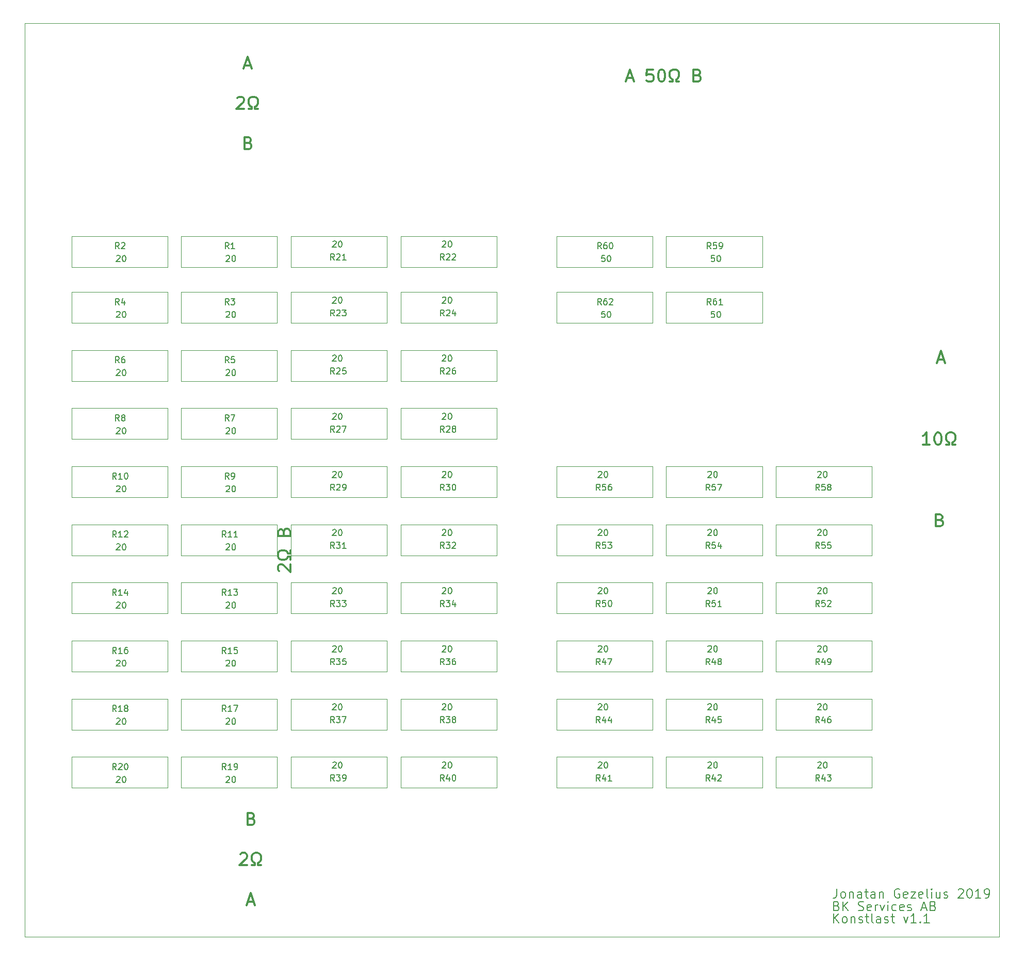
<source format=gbr>
G04 #@! TF.GenerationSoftware,KiCad,Pcbnew,(5.1.0)-1*
G04 #@! TF.CreationDate,2019-05-23T16:12:52+02:00*
G04 #@! TF.ProjectId,load_card,6c6f6164-5f63-4617-9264-2e6b69636164,1.1*
G04 #@! TF.SameCoordinates,Original*
G04 #@! TF.FileFunction,Legend,Top*
G04 #@! TF.FilePolarity,Positive*
%FSLAX46Y46*%
G04 Gerber Fmt 4.6, Leading zero omitted, Abs format (unit mm)*
G04 Created by KiCad (PCBNEW (5.1.0)-1) date 2019-05-23 16:12:52*
%MOMM*%
%LPD*%
G04 APERTURE LIST*
%ADD10C,0.300000*%
%ADD11C,0.200000*%
%ADD12C,0.050000*%
%ADD13C,0.120000*%
%ADD14C,0.150000*%
G04 APERTURE END LIST*
D10*
X51642857Y-144457142D02*
X51928571Y-144552380D01*
X52023809Y-144647619D01*
X52119047Y-144838095D01*
X52119047Y-145123809D01*
X52023809Y-145314285D01*
X51928571Y-145409523D01*
X51738095Y-145504761D01*
X50976190Y-145504761D01*
X50976190Y-143504761D01*
X51642857Y-143504761D01*
X51833333Y-143600000D01*
X51928571Y-143695238D01*
X52023809Y-143885714D01*
X52023809Y-144076190D01*
X51928571Y-144266666D01*
X51833333Y-144361904D01*
X51642857Y-144457142D01*
X50976190Y-144457142D01*
X49785714Y-150295238D02*
X49880952Y-150200000D01*
X50071428Y-150104761D01*
X50547619Y-150104761D01*
X50738095Y-150200000D01*
X50833333Y-150295238D01*
X50928571Y-150485714D01*
X50928571Y-150676190D01*
X50833333Y-150961904D01*
X49690476Y-152104761D01*
X50928571Y-152104761D01*
X51690476Y-152104761D02*
X52166666Y-152104761D01*
X52166666Y-151723809D01*
X51976190Y-151628571D01*
X51785714Y-151438095D01*
X51690476Y-151152380D01*
X51690476Y-150676190D01*
X51785714Y-150390476D01*
X51976190Y-150200000D01*
X52261904Y-150104761D01*
X52642857Y-150104761D01*
X52928571Y-150200000D01*
X53119047Y-150390476D01*
X53214285Y-150676190D01*
X53214285Y-151152380D01*
X53119047Y-151438095D01*
X52928571Y-151628571D01*
X52738095Y-151723809D01*
X52738095Y-152104761D01*
X53214285Y-152104761D01*
X51023809Y-158133333D02*
X51976190Y-158133333D01*
X50833333Y-158704761D02*
X51500000Y-156704761D01*
X52166666Y-158704761D01*
X56195238Y-103876190D02*
X56100000Y-103780952D01*
X56004761Y-103590476D01*
X56004761Y-103114285D01*
X56100000Y-102923809D01*
X56195238Y-102828571D01*
X56385714Y-102733333D01*
X56576190Y-102733333D01*
X56861904Y-102828571D01*
X58004761Y-103971428D01*
X58004761Y-102733333D01*
X58004761Y-101971428D02*
X58004761Y-101495238D01*
X57623809Y-101495238D01*
X57528571Y-101685714D01*
X57338095Y-101876190D01*
X57052380Y-101971428D01*
X56576190Y-101971428D01*
X56290476Y-101876190D01*
X56100000Y-101685714D01*
X56004761Y-101400000D01*
X56004761Y-101019047D01*
X56100000Y-100733333D01*
X56290476Y-100542857D01*
X56576190Y-100447619D01*
X57052380Y-100447619D01*
X57338095Y-100542857D01*
X57528571Y-100733333D01*
X57623809Y-100923809D01*
X58004761Y-100923809D01*
X58004761Y-100447619D01*
X56957142Y-97400000D02*
X57052380Y-97114285D01*
X57147619Y-97019047D01*
X57338095Y-96923809D01*
X57623809Y-96923809D01*
X57814285Y-97019047D01*
X57909523Y-97114285D01*
X58004761Y-97304761D01*
X58004761Y-98066666D01*
X56004761Y-98066666D01*
X56004761Y-97400000D01*
X56100000Y-97209523D01*
X56195238Y-97114285D01*
X56385714Y-97019047D01*
X56576190Y-97019047D01*
X56766666Y-97114285D01*
X56861904Y-97209523D01*
X56957142Y-97400000D01*
X56957142Y-98066666D01*
D11*
X147715714Y-155978571D02*
X147715714Y-157050000D01*
X147644285Y-157264285D01*
X147501428Y-157407142D01*
X147287142Y-157478571D01*
X147144285Y-157478571D01*
X148644285Y-157478571D02*
X148501428Y-157407142D01*
X148430000Y-157335714D01*
X148358571Y-157192857D01*
X148358571Y-156764285D01*
X148430000Y-156621428D01*
X148501428Y-156550000D01*
X148644285Y-156478571D01*
X148858571Y-156478571D01*
X149001428Y-156550000D01*
X149072857Y-156621428D01*
X149144285Y-156764285D01*
X149144285Y-157192857D01*
X149072857Y-157335714D01*
X149001428Y-157407142D01*
X148858571Y-157478571D01*
X148644285Y-157478571D01*
X149787142Y-156478571D02*
X149787142Y-157478571D01*
X149787142Y-156621428D02*
X149858571Y-156550000D01*
X150001428Y-156478571D01*
X150215714Y-156478571D01*
X150358571Y-156550000D01*
X150430000Y-156692857D01*
X150430000Y-157478571D01*
X151787142Y-157478571D02*
X151787142Y-156692857D01*
X151715714Y-156550000D01*
X151572857Y-156478571D01*
X151287142Y-156478571D01*
X151144285Y-156550000D01*
X151787142Y-157407142D02*
X151644285Y-157478571D01*
X151287142Y-157478571D01*
X151144285Y-157407142D01*
X151072857Y-157264285D01*
X151072857Y-157121428D01*
X151144285Y-156978571D01*
X151287142Y-156907142D01*
X151644285Y-156907142D01*
X151787142Y-156835714D01*
X152287142Y-156478571D02*
X152858571Y-156478571D01*
X152501428Y-155978571D02*
X152501428Y-157264285D01*
X152572857Y-157407142D01*
X152715714Y-157478571D01*
X152858571Y-157478571D01*
X154001428Y-157478571D02*
X154001428Y-156692857D01*
X153930000Y-156550000D01*
X153787142Y-156478571D01*
X153501428Y-156478571D01*
X153358571Y-156550000D01*
X154001428Y-157407142D02*
X153858571Y-157478571D01*
X153501428Y-157478571D01*
X153358571Y-157407142D01*
X153287142Y-157264285D01*
X153287142Y-157121428D01*
X153358571Y-156978571D01*
X153501428Y-156907142D01*
X153858571Y-156907142D01*
X154001428Y-156835714D01*
X154715714Y-156478571D02*
X154715714Y-157478571D01*
X154715714Y-156621428D02*
X154787142Y-156550000D01*
X154930000Y-156478571D01*
X155144285Y-156478571D01*
X155287142Y-156550000D01*
X155358571Y-156692857D01*
X155358571Y-157478571D01*
X158001428Y-156050000D02*
X157858571Y-155978571D01*
X157644285Y-155978571D01*
X157430000Y-156050000D01*
X157287142Y-156192857D01*
X157215714Y-156335714D01*
X157144285Y-156621428D01*
X157144285Y-156835714D01*
X157215714Y-157121428D01*
X157287142Y-157264285D01*
X157430000Y-157407142D01*
X157644285Y-157478571D01*
X157787142Y-157478571D01*
X158001428Y-157407142D01*
X158072857Y-157335714D01*
X158072857Y-156835714D01*
X157787142Y-156835714D01*
X159287142Y-157407142D02*
X159144285Y-157478571D01*
X158858571Y-157478571D01*
X158715714Y-157407142D01*
X158644285Y-157264285D01*
X158644285Y-156692857D01*
X158715714Y-156550000D01*
X158858571Y-156478571D01*
X159144285Y-156478571D01*
X159287142Y-156550000D01*
X159358571Y-156692857D01*
X159358571Y-156835714D01*
X158644285Y-156978571D01*
X159858571Y-156478571D02*
X160644285Y-156478571D01*
X159858571Y-157478571D01*
X160644285Y-157478571D01*
X161787142Y-157407142D02*
X161644285Y-157478571D01*
X161358571Y-157478571D01*
X161215714Y-157407142D01*
X161144285Y-157264285D01*
X161144285Y-156692857D01*
X161215714Y-156550000D01*
X161358571Y-156478571D01*
X161644285Y-156478571D01*
X161787142Y-156550000D01*
X161858571Y-156692857D01*
X161858571Y-156835714D01*
X161144285Y-156978571D01*
X162715714Y-157478571D02*
X162572857Y-157407142D01*
X162501428Y-157264285D01*
X162501428Y-155978571D01*
X163287142Y-157478571D02*
X163287142Y-156478571D01*
X163287142Y-155978571D02*
X163215714Y-156050000D01*
X163287142Y-156121428D01*
X163358571Y-156050000D01*
X163287142Y-155978571D01*
X163287142Y-156121428D01*
X164644285Y-156478571D02*
X164644285Y-157478571D01*
X164001428Y-156478571D02*
X164001428Y-157264285D01*
X164072857Y-157407142D01*
X164215714Y-157478571D01*
X164430000Y-157478571D01*
X164572857Y-157407142D01*
X164644285Y-157335714D01*
X165287142Y-157407142D02*
X165430000Y-157478571D01*
X165715714Y-157478571D01*
X165858571Y-157407142D01*
X165930000Y-157264285D01*
X165930000Y-157192857D01*
X165858571Y-157050000D01*
X165715714Y-156978571D01*
X165501428Y-156978571D01*
X165358571Y-156907142D01*
X165287142Y-156764285D01*
X165287142Y-156692857D01*
X165358571Y-156550000D01*
X165501428Y-156478571D01*
X165715714Y-156478571D01*
X165858571Y-156550000D01*
X167644285Y-156121428D02*
X167715714Y-156050000D01*
X167858571Y-155978571D01*
X168215714Y-155978571D01*
X168358571Y-156050000D01*
X168430000Y-156121428D01*
X168501428Y-156264285D01*
X168501428Y-156407142D01*
X168430000Y-156621428D01*
X167572857Y-157478571D01*
X168501428Y-157478571D01*
X169430000Y-155978571D02*
X169572857Y-155978571D01*
X169715714Y-156050000D01*
X169787142Y-156121428D01*
X169858571Y-156264285D01*
X169930000Y-156550000D01*
X169930000Y-156907142D01*
X169858571Y-157192857D01*
X169787142Y-157335714D01*
X169715714Y-157407142D01*
X169572857Y-157478571D01*
X169430000Y-157478571D01*
X169287142Y-157407142D01*
X169215714Y-157335714D01*
X169144285Y-157192857D01*
X169072857Y-156907142D01*
X169072857Y-156550000D01*
X169144285Y-156264285D01*
X169215714Y-156121428D01*
X169287142Y-156050000D01*
X169430000Y-155978571D01*
X171358571Y-157478571D02*
X170501428Y-157478571D01*
X170930000Y-157478571D02*
X170930000Y-155978571D01*
X170787142Y-156192857D01*
X170644285Y-156335714D01*
X170501428Y-156407142D01*
X172072857Y-157478571D02*
X172358571Y-157478571D01*
X172501428Y-157407142D01*
X172572857Y-157335714D01*
X172715714Y-157121428D01*
X172787142Y-156835714D01*
X172787142Y-156264285D01*
X172715714Y-156121428D01*
X172644285Y-156050000D01*
X172501428Y-155978571D01*
X172215714Y-155978571D01*
X172072857Y-156050000D01*
X172001428Y-156121428D01*
X171930000Y-156264285D01*
X171930000Y-156621428D01*
X172001428Y-156764285D01*
X172072857Y-156835714D01*
X172215714Y-156907142D01*
X172501428Y-156907142D01*
X172644285Y-156835714D01*
X172715714Y-156764285D01*
X172787142Y-156621428D01*
X147687142Y-158792857D02*
X147901428Y-158864285D01*
X147972857Y-158935714D01*
X148044285Y-159078571D01*
X148044285Y-159292857D01*
X147972857Y-159435714D01*
X147901428Y-159507142D01*
X147758571Y-159578571D01*
X147187142Y-159578571D01*
X147187142Y-158078571D01*
X147687142Y-158078571D01*
X147830000Y-158150000D01*
X147901428Y-158221428D01*
X147972857Y-158364285D01*
X147972857Y-158507142D01*
X147901428Y-158650000D01*
X147830000Y-158721428D01*
X147687142Y-158792857D01*
X147187142Y-158792857D01*
X148687142Y-159578571D02*
X148687142Y-158078571D01*
X149544285Y-159578571D02*
X148901428Y-158721428D01*
X149544285Y-158078571D02*
X148687142Y-158935714D01*
X151258571Y-159507142D02*
X151472857Y-159578571D01*
X151830000Y-159578571D01*
X151972857Y-159507142D01*
X152044285Y-159435714D01*
X152115714Y-159292857D01*
X152115714Y-159150000D01*
X152044285Y-159007142D01*
X151972857Y-158935714D01*
X151830000Y-158864285D01*
X151544285Y-158792857D01*
X151401428Y-158721428D01*
X151330000Y-158650000D01*
X151258571Y-158507142D01*
X151258571Y-158364285D01*
X151330000Y-158221428D01*
X151401428Y-158150000D01*
X151544285Y-158078571D01*
X151901428Y-158078571D01*
X152115714Y-158150000D01*
X153330000Y-159507142D02*
X153187142Y-159578571D01*
X152901428Y-159578571D01*
X152758571Y-159507142D01*
X152687142Y-159364285D01*
X152687142Y-158792857D01*
X152758571Y-158650000D01*
X152901428Y-158578571D01*
X153187142Y-158578571D01*
X153330000Y-158650000D01*
X153401428Y-158792857D01*
X153401428Y-158935714D01*
X152687142Y-159078571D01*
X154044285Y-159578571D02*
X154044285Y-158578571D01*
X154044285Y-158864285D02*
X154115714Y-158721428D01*
X154187142Y-158650000D01*
X154330000Y-158578571D01*
X154472857Y-158578571D01*
X154830000Y-158578571D02*
X155187142Y-159578571D01*
X155544285Y-158578571D01*
X156115714Y-159578571D02*
X156115714Y-158578571D01*
X156115714Y-158078571D02*
X156044285Y-158150000D01*
X156115714Y-158221428D01*
X156187142Y-158150000D01*
X156115714Y-158078571D01*
X156115714Y-158221428D01*
X157472857Y-159507142D02*
X157330000Y-159578571D01*
X157044285Y-159578571D01*
X156901428Y-159507142D01*
X156830000Y-159435714D01*
X156758571Y-159292857D01*
X156758571Y-158864285D01*
X156830000Y-158721428D01*
X156901428Y-158650000D01*
X157044285Y-158578571D01*
X157330000Y-158578571D01*
X157472857Y-158650000D01*
X158687142Y-159507142D02*
X158544285Y-159578571D01*
X158258571Y-159578571D01*
X158115714Y-159507142D01*
X158044285Y-159364285D01*
X158044285Y-158792857D01*
X158115714Y-158650000D01*
X158258571Y-158578571D01*
X158544285Y-158578571D01*
X158687142Y-158650000D01*
X158758571Y-158792857D01*
X158758571Y-158935714D01*
X158044285Y-159078571D01*
X159330000Y-159507142D02*
X159472857Y-159578571D01*
X159758571Y-159578571D01*
X159901428Y-159507142D01*
X159972857Y-159364285D01*
X159972857Y-159292857D01*
X159901428Y-159150000D01*
X159758571Y-159078571D01*
X159544285Y-159078571D01*
X159401428Y-159007142D01*
X159330000Y-158864285D01*
X159330000Y-158792857D01*
X159401428Y-158650000D01*
X159544285Y-158578571D01*
X159758571Y-158578571D01*
X159901428Y-158650000D01*
X161687142Y-159150000D02*
X162401428Y-159150000D01*
X161544285Y-159578571D02*
X162044285Y-158078571D01*
X162544285Y-159578571D01*
X163544285Y-158792857D02*
X163758571Y-158864285D01*
X163830000Y-158935714D01*
X163901428Y-159078571D01*
X163901428Y-159292857D01*
X163830000Y-159435714D01*
X163758571Y-159507142D01*
X163615714Y-159578571D01*
X163044285Y-159578571D01*
X163044285Y-158078571D01*
X163544285Y-158078571D01*
X163687142Y-158150000D01*
X163758571Y-158221428D01*
X163830000Y-158364285D01*
X163830000Y-158507142D01*
X163758571Y-158650000D01*
X163687142Y-158721428D01*
X163544285Y-158792857D01*
X163044285Y-158792857D01*
X147187142Y-161578571D02*
X147187142Y-160078571D01*
X148044285Y-161578571D02*
X147401428Y-160721428D01*
X148044285Y-160078571D02*
X147187142Y-160935714D01*
X148901428Y-161578571D02*
X148758571Y-161507142D01*
X148687142Y-161435714D01*
X148615714Y-161292857D01*
X148615714Y-160864285D01*
X148687142Y-160721428D01*
X148758571Y-160650000D01*
X148901428Y-160578571D01*
X149115714Y-160578571D01*
X149258571Y-160650000D01*
X149330000Y-160721428D01*
X149401428Y-160864285D01*
X149401428Y-161292857D01*
X149330000Y-161435714D01*
X149258571Y-161507142D01*
X149115714Y-161578571D01*
X148901428Y-161578571D01*
X150044285Y-160578571D02*
X150044285Y-161578571D01*
X150044285Y-160721428D02*
X150115714Y-160650000D01*
X150258571Y-160578571D01*
X150472857Y-160578571D01*
X150615714Y-160650000D01*
X150687142Y-160792857D01*
X150687142Y-161578571D01*
X151330000Y-161507142D02*
X151472857Y-161578571D01*
X151758571Y-161578571D01*
X151901428Y-161507142D01*
X151972857Y-161364285D01*
X151972857Y-161292857D01*
X151901428Y-161150000D01*
X151758571Y-161078571D01*
X151544285Y-161078571D01*
X151401428Y-161007142D01*
X151330000Y-160864285D01*
X151330000Y-160792857D01*
X151401428Y-160650000D01*
X151544285Y-160578571D01*
X151758571Y-160578571D01*
X151901428Y-160650000D01*
X152401428Y-160578571D02*
X152972857Y-160578571D01*
X152615714Y-160078571D02*
X152615714Y-161364285D01*
X152687142Y-161507142D01*
X152830000Y-161578571D01*
X152972857Y-161578571D01*
X153687142Y-161578571D02*
X153544285Y-161507142D01*
X153472857Y-161364285D01*
X153472857Y-160078571D01*
X154901428Y-161578571D02*
X154901428Y-160792857D01*
X154830000Y-160650000D01*
X154687142Y-160578571D01*
X154401428Y-160578571D01*
X154258571Y-160650000D01*
X154901428Y-161507142D02*
X154758571Y-161578571D01*
X154401428Y-161578571D01*
X154258571Y-161507142D01*
X154187142Y-161364285D01*
X154187142Y-161221428D01*
X154258571Y-161078571D01*
X154401428Y-161007142D01*
X154758571Y-161007142D01*
X154901428Y-160935714D01*
X155544285Y-161507142D02*
X155687142Y-161578571D01*
X155972857Y-161578571D01*
X156115714Y-161507142D01*
X156187142Y-161364285D01*
X156187142Y-161292857D01*
X156115714Y-161150000D01*
X155972857Y-161078571D01*
X155758571Y-161078571D01*
X155615714Y-161007142D01*
X155544285Y-160864285D01*
X155544285Y-160792857D01*
X155615714Y-160650000D01*
X155758571Y-160578571D01*
X155972857Y-160578571D01*
X156115714Y-160650000D01*
X156615714Y-160578571D02*
X157187142Y-160578571D01*
X156830000Y-160078571D02*
X156830000Y-161364285D01*
X156901428Y-161507142D01*
X157044285Y-161578571D01*
X157187142Y-161578571D01*
X158687142Y-160578571D02*
X159044285Y-161578571D01*
X159401428Y-160578571D01*
X160758571Y-161578571D02*
X159901428Y-161578571D01*
X160330000Y-161578571D02*
X160330000Y-160078571D01*
X160187142Y-160292857D01*
X160044285Y-160435714D01*
X159901428Y-160507142D01*
X161401428Y-161435714D02*
X161472857Y-161507142D01*
X161401428Y-161578571D01*
X161330000Y-161507142D01*
X161401428Y-161435714D01*
X161401428Y-161578571D01*
X162901428Y-161578571D02*
X162044285Y-161578571D01*
X162472857Y-161578571D02*
X162472857Y-160078571D01*
X162330000Y-160292857D01*
X162187142Y-160435714D01*
X162044285Y-160507142D01*
D10*
X164642857Y-95457142D02*
X164928571Y-95552380D01*
X165023809Y-95647619D01*
X165119047Y-95838095D01*
X165119047Y-96123809D01*
X165023809Y-96314285D01*
X164928571Y-96409523D01*
X164738095Y-96504761D01*
X163976190Y-96504761D01*
X163976190Y-94504761D01*
X164642857Y-94504761D01*
X164833333Y-94600000D01*
X164928571Y-94695238D01*
X165023809Y-94885714D01*
X165023809Y-95076190D01*
X164928571Y-95266666D01*
X164833333Y-95361904D01*
X164642857Y-95457142D01*
X163976190Y-95457142D01*
X164323809Y-69133333D02*
X165276190Y-69133333D01*
X164133333Y-69704761D02*
X164800000Y-67704761D01*
X165466666Y-69704761D01*
X162976190Y-83104761D02*
X161833333Y-83104761D01*
X162404761Y-83104761D02*
X162404761Y-81104761D01*
X162214285Y-81390476D01*
X162023809Y-81580952D01*
X161833333Y-81676190D01*
X164214285Y-81104761D02*
X164404761Y-81104761D01*
X164595238Y-81200000D01*
X164690476Y-81295238D01*
X164785714Y-81485714D01*
X164880952Y-81866666D01*
X164880952Y-82342857D01*
X164785714Y-82723809D01*
X164690476Y-82914285D01*
X164595238Y-83009523D01*
X164404761Y-83104761D01*
X164214285Y-83104761D01*
X164023809Y-83009523D01*
X163928571Y-82914285D01*
X163833333Y-82723809D01*
X163738095Y-82342857D01*
X163738095Y-81866666D01*
X163833333Y-81485714D01*
X163928571Y-81295238D01*
X164023809Y-81200000D01*
X164214285Y-81104761D01*
X165642857Y-83104761D02*
X166119047Y-83104761D01*
X166119047Y-82723809D01*
X165928571Y-82628571D01*
X165738095Y-82438095D01*
X165642857Y-82152380D01*
X165642857Y-81676190D01*
X165738095Y-81390476D01*
X165928571Y-81200000D01*
X166214285Y-81104761D01*
X166595238Y-81104761D01*
X166880952Y-81200000D01*
X167071428Y-81390476D01*
X167166666Y-81676190D01*
X167166666Y-82152380D01*
X167071428Y-82438095D01*
X166880952Y-82628571D01*
X166690476Y-82723809D01*
X166690476Y-83104761D01*
X167166666Y-83104761D01*
X50523809Y-20833333D02*
X51476190Y-20833333D01*
X50333333Y-21404761D02*
X51000000Y-19404761D01*
X51666666Y-21404761D01*
X49285714Y-26195238D02*
X49380952Y-26100000D01*
X49571428Y-26004761D01*
X50047619Y-26004761D01*
X50238095Y-26100000D01*
X50333333Y-26195238D01*
X50428571Y-26385714D01*
X50428571Y-26576190D01*
X50333333Y-26861904D01*
X49190476Y-28004761D01*
X50428571Y-28004761D01*
X51190476Y-28004761D02*
X51666666Y-28004761D01*
X51666666Y-27623809D01*
X51476190Y-27528571D01*
X51285714Y-27338095D01*
X51190476Y-27052380D01*
X51190476Y-26576190D01*
X51285714Y-26290476D01*
X51476190Y-26100000D01*
X51761904Y-26004761D01*
X52142857Y-26004761D01*
X52428571Y-26100000D01*
X52619047Y-26290476D01*
X52714285Y-26576190D01*
X52714285Y-27052380D01*
X52619047Y-27338095D01*
X52428571Y-27528571D01*
X52238095Y-27623809D01*
X52238095Y-28004761D01*
X52714285Y-28004761D01*
X51142857Y-33557142D02*
X51428571Y-33652380D01*
X51523809Y-33747619D01*
X51619047Y-33938095D01*
X51619047Y-34223809D01*
X51523809Y-34414285D01*
X51428571Y-34509523D01*
X51238095Y-34604761D01*
X50476190Y-34604761D01*
X50476190Y-32604761D01*
X51142857Y-32604761D01*
X51333333Y-32700000D01*
X51428571Y-32795238D01*
X51523809Y-32985714D01*
X51523809Y-33176190D01*
X51428571Y-33366666D01*
X51333333Y-33461904D01*
X51142857Y-33557142D01*
X50476190Y-33557142D01*
X113252380Y-22933333D02*
X114204761Y-22933333D01*
X113061904Y-23504761D02*
X113728571Y-21504761D01*
X114395238Y-23504761D01*
X117538095Y-21504761D02*
X116585714Y-21504761D01*
X116490476Y-22457142D01*
X116585714Y-22361904D01*
X116776190Y-22266666D01*
X117252380Y-22266666D01*
X117442857Y-22361904D01*
X117538095Y-22457142D01*
X117633333Y-22647619D01*
X117633333Y-23123809D01*
X117538095Y-23314285D01*
X117442857Y-23409523D01*
X117252380Y-23504761D01*
X116776190Y-23504761D01*
X116585714Y-23409523D01*
X116490476Y-23314285D01*
X118871428Y-21504761D02*
X119061904Y-21504761D01*
X119252380Y-21600000D01*
X119347619Y-21695238D01*
X119442857Y-21885714D01*
X119538095Y-22266666D01*
X119538095Y-22742857D01*
X119442857Y-23123809D01*
X119347619Y-23314285D01*
X119252380Y-23409523D01*
X119061904Y-23504761D01*
X118871428Y-23504761D01*
X118680952Y-23409523D01*
X118585714Y-23314285D01*
X118490476Y-23123809D01*
X118395238Y-22742857D01*
X118395238Y-22266666D01*
X118490476Y-21885714D01*
X118585714Y-21695238D01*
X118680952Y-21600000D01*
X118871428Y-21504761D01*
X120300000Y-23504761D02*
X120776190Y-23504761D01*
X120776190Y-23123809D01*
X120585714Y-23028571D01*
X120395238Y-22838095D01*
X120300000Y-22552380D01*
X120300000Y-22076190D01*
X120395238Y-21790476D01*
X120585714Y-21600000D01*
X120871428Y-21504761D01*
X121252380Y-21504761D01*
X121538095Y-21600000D01*
X121728571Y-21790476D01*
X121823809Y-22076190D01*
X121823809Y-22552380D01*
X121728571Y-22838095D01*
X121538095Y-23028571D01*
X121347619Y-23123809D01*
X121347619Y-23504761D01*
X121823809Y-23504761D01*
X124871428Y-22457142D02*
X125157142Y-22552380D01*
X125252380Y-22647619D01*
X125347619Y-22838095D01*
X125347619Y-23123809D01*
X125252380Y-23314285D01*
X125157142Y-23409523D01*
X124966666Y-23504761D01*
X124204761Y-23504761D01*
X124204761Y-21504761D01*
X124871428Y-21504761D01*
X125061904Y-21600000D01*
X125157142Y-21695238D01*
X125252380Y-21885714D01*
X125252380Y-22076190D01*
X125157142Y-22266666D01*
X125061904Y-22361904D01*
X124871428Y-22457142D01*
X124204761Y-22457142D01*
D12*
X14400000Y-13900000D02*
X174400000Y-13900000D01*
X14400000Y-163900000D02*
X14400000Y-13900000D01*
X174400000Y-163900000D02*
X14400000Y-163900000D01*
X174400000Y-13900000D02*
X174400000Y-163900000D01*
D13*
X40120000Y-115281106D02*
X55880000Y-115281106D01*
X55880000Y-120361106D02*
X40120000Y-120361106D01*
X40120000Y-115281106D02*
X40120000Y-120361106D01*
X55880000Y-115281106D02*
X55880000Y-120361106D01*
X22120000Y-115281106D02*
X37880000Y-115281106D01*
X37880000Y-120361106D02*
X22120000Y-120361106D01*
X22120000Y-115281106D02*
X22120000Y-120361106D01*
X37880000Y-115281106D02*
X37880000Y-120361106D01*
X40120000Y-124820550D02*
X55880000Y-124820550D01*
X55880000Y-129900550D02*
X40120000Y-129900550D01*
X40120000Y-124820550D02*
X40120000Y-129900550D01*
X55880000Y-124820550D02*
X55880000Y-129900550D01*
X22120000Y-124820550D02*
X37880000Y-124820550D01*
X37880000Y-129900550D02*
X22120000Y-129900550D01*
X22120000Y-124820550D02*
X22120000Y-129900550D01*
X37880000Y-124820550D02*
X37880000Y-129900550D01*
X55880000Y-48860000D02*
X55880000Y-53940000D01*
X40120000Y-48860000D02*
X40120000Y-53940000D01*
X55880000Y-53940000D02*
X40120000Y-53940000D01*
X40120000Y-48860000D02*
X55880000Y-48860000D01*
X22120000Y-48864721D02*
X37880000Y-48864721D01*
X37880000Y-53944721D02*
X22120000Y-53944721D01*
X22120000Y-48864721D02*
X22120000Y-53944721D01*
X37880000Y-48864721D02*
X37880000Y-53944721D01*
X40120000Y-58044442D02*
X55880000Y-58044442D01*
X55880000Y-63124442D02*
X40120000Y-63124442D01*
X40120000Y-58044442D02*
X40120000Y-63124442D01*
X55880000Y-58044442D02*
X55880000Y-63124442D01*
X22120000Y-58044442D02*
X37880000Y-58044442D01*
X37880000Y-63124442D02*
X22120000Y-63124442D01*
X22120000Y-58044442D02*
X22120000Y-63124442D01*
X37880000Y-58044442D02*
X37880000Y-63124442D01*
X40120000Y-67583886D02*
X55880000Y-67583886D01*
X55880000Y-72663886D02*
X40120000Y-72663886D01*
X40120000Y-67583886D02*
X40120000Y-72663886D01*
X55880000Y-67583886D02*
X55880000Y-72663886D01*
X22120000Y-67583886D02*
X37880000Y-67583886D01*
X37880000Y-72663886D02*
X22120000Y-72663886D01*
X22120000Y-67583886D02*
X22120000Y-72663886D01*
X37880000Y-67583886D02*
X37880000Y-72663886D01*
X40120000Y-77123330D02*
X55880000Y-77123330D01*
X55880000Y-82203330D02*
X40120000Y-82203330D01*
X40120000Y-77123330D02*
X40120000Y-82203330D01*
X55880000Y-77123330D02*
X55880000Y-82203330D01*
X22120000Y-77123330D02*
X37880000Y-77123330D01*
X37880000Y-82203330D02*
X22120000Y-82203330D01*
X22120000Y-77123330D02*
X22120000Y-82203330D01*
X37880000Y-77123330D02*
X37880000Y-82203330D01*
X40120000Y-86662774D02*
X55880000Y-86662774D01*
X55880000Y-91742774D02*
X40120000Y-91742774D01*
X40120000Y-86662774D02*
X40120000Y-91742774D01*
X55880000Y-86662774D02*
X55880000Y-91742774D01*
X22120000Y-86662774D02*
X37880000Y-86662774D01*
X37880000Y-91742774D02*
X22120000Y-91742774D01*
X22120000Y-86662774D02*
X22120000Y-91742774D01*
X37880000Y-86662774D02*
X37880000Y-91742774D01*
X40120000Y-96202218D02*
X55880000Y-96202218D01*
X55880000Y-101282218D02*
X40120000Y-101282218D01*
X40120000Y-96202218D02*
X40120000Y-101282218D01*
X55880000Y-96202218D02*
X55880000Y-101282218D01*
X22120000Y-96202218D02*
X37880000Y-96202218D01*
X37880000Y-101282218D02*
X22120000Y-101282218D01*
X22120000Y-96202218D02*
X22120000Y-101282218D01*
X37880000Y-96202218D02*
X37880000Y-101282218D01*
X40120000Y-105741662D02*
X55880000Y-105741662D01*
X55880000Y-110821662D02*
X40120000Y-110821662D01*
X40120000Y-105741662D02*
X40120000Y-110821662D01*
X55880000Y-105741662D02*
X55880000Y-110821662D01*
X22120000Y-105741662D02*
X37880000Y-105741662D01*
X37880000Y-110821662D02*
X22120000Y-110821662D01*
X22120000Y-105741662D02*
X22120000Y-110821662D01*
X37880000Y-105741662D02*
X37880000Y-110821662D01*
X40120000Y-134360000D02*
X55880000Y-134360000D01*
X55880000Y-139440000D02*
X40120000Y-139440000D01*
X40120000Y-134360000D02*
X40120000Y-139440000D01*
X55880000Y-134360000D02*
X55880000Y-139440000D01*
X22120000Y-134360000D02*
X37880000Y-134360000D01*
X37880000Y-139440000D02*
X22120000Y-139440000D01*
X22120000Y-134360000D02*
X22120000Y-139440000D01*
X37880000Y-134360000D02*
X37880000Y-139440000D01*
X117480000Y-58044442D02*
X117480000Y-63124442D01*
X101720000Y-58044442D02*
X101720000Y-63124442D01*
X117480000Y-63124442D02*
X101720000Y-63124442D01*
X101720000Y-58044442D02*
X117480000Y-58044442D01*
X135480000Y-58044442D02*
X135480000Y-63124442D01*
X119720000Y-58044442D02*
X119720000Y-63124442D01*
X135480000Y-63124442D02*
X119720000Y-63124442D01*
X119720000Y-58044442D02*
X135480000Y-58044442D01*
X117480000Y-48860000D02*
X117480000Y-53940000D01*
X101720000Y-48860000D02*
X101720000Y-53940000D01*
X117480000Y-53940000D02*
X101720000Y-53940000D01*
X101720000Y-48860000D02*
X117480000Y-48860000D01*
X135480000Y-48860000D02*
X135480000Y-53940000D01*
X119720000Y-48860000D02*
X119720000Y-53940000D01*
X135480000Y-53940000D02*
X119720000Y-53940000D01*
X119720000Y-48860000D02*
X135480000Y-48860000D01*
X137720000Y-91742774D02*
X137720000Y-86662774D01*
X153480000Y-91742774D02*
X153480000Y-86662774D01*
X137720000Y-86662774D02*
X153480000Y-86662774D01*
X153480000Y-91742774D02*
X137720000Y-91742774D01*
X119720000Y-91742774D02*
X119720000Y-86662774D01*
X135480000Y-91742774D02*
X135480000Y-86662774D01*
X119720000Y-86662774D02*
X135480000Y-86662774D01*
X135480000Y-91742774D02*
X119720000Y-91742774D01*
X101720000Y-91742774D02*
X101720000Y-86662774D01*
X117480000Y-91742774D02*
X117480000Y-86662774D01*
X101720000Y-86662774D02*
X117480000Y-86662774D01*
X117480000Y-91742774D02*
X101720000Y-91742774D01*
X137720000Y-101282218D02*
X137720000Y-96202218D01*
X153480000Y-101282218D02*
X153480000Y-96202218D01*
X137720000Y-96202218D02*
X153480000Y-96202218D01*
X153480000Y-101282218D02*
X137720000Y-101282218D01*
X119720000Y-101282218D02*
X119720000Y-96202218D01*
X135480000Y-101282218D02*
X135480000Y-96202218D01*
X119720000Y-96202218D02*
X135480000Y-96202218D01*
X135480000Y-101282218D02*
X119720000Y-101282218D01*
X101720000Y-101282218D02*
X101720000Y-96202218D01*
X117480000Y-101282218D02*
X117480000Y-96202218D01*
X101720000Y-96202218D02*
X117480000Y-96202218D01*
X117480000Y-101282218D02*
X101720000Y-101282218D01*
X137720000Y-110821662D02*
X137720000Y-105741662D01*
X153480000Y-110821662D02*
X153480000Y-105741662D01*
X137720000Y-105741662D02*
X153480000Y-105741662D01*
X153480000Y-110821662D02*
X137720000Y-110821662D01*
X119720000Y-110821662D02*
X119720000Y-105741662D01*
X135480000Y-110821662D02*
X135480000Y-105741662D01*
X119720000Y-105741662D02*
X135480000Y-105741662D01*
X135480000Y-110821662D02*
X119720000Y-110821662D01*
X101720000Y-110821662D02*
X101720000Y-105741662D01*
X117480000Y-110821662D02*
X117480000Y-105741662D01*
X101720000Y-105741662D02*
X117480000Y-105741662D01*
X117480000Y-110821662D02*
X101720000Y-110821662D01*
X137720000Y-120361106D02*
X137720000Y-115281106D01*
X153480000Y-120361106D02*
X153480000Y-115281106D01*
X137720000Y-115281106D02*
X153480000Y-115281106D01*
X153480000Y-120361106D02*
X137720000Y-120361106D01*
X119720000Y-120361106D02*
X119720000Y-115281106D01*
X135480000Y-120361106D02*
X135480000Y-115281106D01*
X119720000Y-115281106D02*
X135480000Y-115281106D01*
X135480000Y-120361106D02*
X119720000Y-120361106D01*
X101720000Y-120361106D02*
X101720000Y-115281106D01*
X117480000Y-120361106D02*
X117480000Y-115281106D01*
X101720000Y-115281106D02*
X117480000Y-115281106D01*
X117480000Y-120361106D02*
X101720000Y-120361106D01*
X137720000Y-129900550D02*
X137720000Y-124820550D01*
X153480000Y-129900550D02*
X153480000Y-124820550D01*
X137720000Y-124820550D02*
X153480000Y-124820550D01*
X153480000Y-129900550D02*
X137720000Y-129900550D01*
X119720000Y-129900550D02*
X119720000Y-124820550D01*
X135480000Y-129900550D02*
X135480000Y-124820550D01*
X119720000Y-124820550D02*
X135480000Y-124820550D01*
X135480000Y-129900550D02*
X119720000Y-129900550D01*
X101720000Y-129900550D02*
X101720000Y-124820550D01*
X117480000Y-129900550D02*
X117480000Y-124820550D01*
X101720000Y-124820550D02*
X117480000Y-124820550D01*
X117480000Y-129900550D02*
X101720000Y-129900550D01*
X137720000Y-139440000D02*
X137720000Y-134360000D01*
X153480000Y-139440000D02*
X153480000Y-134360000D01*
X137720000Y-134360000D02*
X153480000Y-134360000D01*
X153480000Y-139440000D02*
X137720000Y-139440000D01*
X119720000Y-139440000D02*
X119720000Y-134360000D01*
X135480000Y-139440000D02*
X135480000Y-134360000D01*
X119720000Y-134360000D02*
X135480000Y-134360000D01*
X135480000Y-139440000D02*
X119720000Y-139440000D01*
X101720000Y-139440000D02*
X101720000Y-134360000D01*
X117480000Y-139440000D02*
X117480000Y-134360000D01*
X101720000Y-134360000D02*
X117480000Y-134360000D01*
X117480000Y-139440000D02*
X101720000Y-139440000D01*
X91880000Y-139440000D02*
X76120000Y-139440000D01*
X76120000Y-134360000D02*
X91880000Y-134360000D01*
X91880000Y-139440000D02*
X91880000Y-134360000D01*
X76120000Y-139440000D02*
X76120000Y-134360000D01*
X73880000Y-139440000D02*
X58120000Y-139440000D01*
X58120000Y-134360000D02*
X73880000Y-134360000D01*
X73880000Y-139440000D02*
X73880000Y-134360000D01*
X58120000Y-139440000D02*
X58120000Y-134360000D01*
X91880000Y-129900550D02*
X76120000Y-129900550D01*
X76120000Y-124820550D02*
X91880000Y-124820550D01*
X91880000Y-129900550D02*
X91880000Y-124820550D01*
X76120000Y-129900550D02*
X76120000Y-124820550D01*
X73880000Y-129900550D02*
X58120000Y-129900550D01*
X58120000Y-124820550D02*
X73880000Y-124820550D01*
X73880000Y-129900550D02*
X73880000Y-124820550D01*
X58120000Y-129900550D02*
X58120000Y-124820550D01*
X91880000Y-120361106D02*
X76120000Y-120361106D01*
X76120000Y-115281106D02*
X91880000Y-115281106D01*
X91880000Y-120361106D02*
X91880000Y-115281106D01*
X76120000Y-120361106D02*
X76120000Y-115281106D01*
X73880000Y-120361106D02*
X58120000Y-120361106D01*
X58120000Y-115281106D02*
X73880000Y-115281106D01*
X73880000Y-120361106D02*
X73880000Y-115281106D01*
X58120000Y-120361106D02*
X58120000Y-115281106D01*
X91880000Y-110821662D02*
X76120000Y-110821662D01*
X76120000Y-105741662D02*
X91880000Y-105741662D01*
X91880000Y-110821662D02*
X91880000Y-105741662D01*
X76120000Y-110821662D02*
X76120000Y-105741662D01*
X73880000Y-110821662D02*
X58120000Y-110821662D01*
X58120000Y-105741662D02*
X73880000Y-105741662D01*
X73880000Y-110821662D02*
X73880000Y-105741662D01*
X58120000Y-110821662D02*
X58120000Y-105741662D01*
X91880000Y-101282218D02*
X76120000Y-101282218D01*
X76120000Y-96202218D02*
X91880000Y-96202218D01*
X91880000Y-101282218D02*
X91880000Y-96202218D01*
X76120000Y-101282218D02*
X76120000Y-96202218D01*
X73880000Y-101282218D02*
X58120000Y-101282218D01*
X58120000Y-96202218D02*
X73880000Y-96202218D01*
X73880000Y-101282218D02*
X73880000Y-96202218D01*
X58120000Y-101282218D02*
X58120000Y-96202218D01*
X91880000Y-91742774D02*
X76120000Y-91742774D01*
X76120000Y-86662774D02*
X91880000Y-86662774D01*
X91880000Y-91742774D02*
X91880000Y-86662774D01*
X76120000Y-91742774D02*
X76120000Y-86662774D01*
X73880000Y-91742774D02*
X58120000Y-91742774D01*
X58120000Y-86662774D02*
X73880000Y-86662774D01*
X73880000Y-91742774D02*
X73880000Y-86662774D01*
X58120000Y-91742774D02*
X58120000Y-86662774D01*
X91880000Y-82203330D02*
X76120000Y-82203330D01*
X76120000Y-77123330D02*
X91880000Y-77123330D01*
X91880000Y-82203330D02*
X91880000Y-77123330D01*
X76120000Y-82203330D02*
X76120000Y-77123330D01*
X73880000Y-82203330D02*
X58120000Y-82203330D01*
X58120000Y-77123330D02*
X73880000Y-77123330D01*
X73880000Y-82203330D02*
X73880000Y-77123330D01*
X58120000Y-82203330D02*
X58120000Y-77123330D01*
X91880000Y-72663886D02*
X76120000Y-72663886D01*
X76120000Y-67583886D02*
X91880000Y-67583886D01*
X91880000Y-72663886D02*
X91880000Y-67583886D01*
X76120000Y-72663886D02*
X76120000Y-67583886D01*
X73880000Y-72663886D02*
X58120000Y-72663886D01*
X58120000Y-67583886D02*
X73880000Y-67583886D01*
X73880000Y-72663886D02*
X73880000Y-67583886D01*
X58120000Y-72663886D02*
X58120000Y-67583886D01*
X91880000Y-63124442D02*
X76120000Y-63124442D01*
X76120000Y-58044442D02*
X91880000Y-58044442D01*
X91880000Y-63124442D02*
X91880000Y-58044442D01*
X76120000Y-63124442D02*
X76120000Y-58044442D01*
X73880000Y-63124442D02*
X58120000Y-63124442D01*
X58120000Y-58044442D02*
X73880000Y-58044442D01*
X73880000Y-63124442D02*
X73880000Y-58044442D01*
X58120000Y-63124442D02*
X58120000Y-58044442D01*
X91880000Y-53940000D02*
X76120000Y-53940000D01*
X76120000Y-48860000D02*
X91880000Y-48860000D01*
X91880000Y-53940000D02*
X91880000Y-48860000D01*
X76120000Y-53940000D02*
X76120000Y-48860000D01*
X73880000Y-53940000D02*
X58120000Y-53940000D01*
X58120000Y-48860000D02*
X73880000Y-48860000D01*
X73880000Y-53940000D02*
X73880000Y-48860000D01*
X58120000Y-53940000D02*
X58120000Y-48860000D01*
D14*
X47457142Y-117353486D02*
X47123809Y-116877296D01*
X46885714Y-117353486D02*
X46885714Y-116353486D01*
X47266666Y-116353486D01*
X47361904Y-116401106D01*
X47409523Y-116448725D01*
X47457142Y-116543963D01*
X47457142Y-116686820D01*
X47409523Y-116782058D01*
X47361904Y-116829677D01*
X47266666Y-116877296D01*
X46885714Y-116877296D01*
X48409523Y-117353486D02*
X47838095Y-117353486D01*
X48123809Y-117353486D02*
X48123809Y-116353486D01*
X48028571Y-116496344D01*
X47933333Y-116591582D01*
X47838095Y-116639201D01*
X49314285Y-116353486D02*
X48838095Y-116353486D01*
X48790476Y-116829677D01*
X48838095Y-116782058D01*
X48933333Y-116734439D01*
X49171428Y-116734439D01*
X49266666Y-116782058D01*
X49314285Y-116829677D01*
X49361904Y-116924915D01*
X49361904Y-117163010D01*
X49314285Y-117258248D01*
X49266666Y-117305867D01*
X49171428Y-117353486D01*
X48933333Y-117353486D01*
X48838095Y-117305867D01*
X48790476Y-117258248D01*
X47498095Y-118548725D02*
X47545714Y-118501106D01*
X47640952Y-118453486D01*
X47879047Y-118453486D01*
X47974285Y-118501106D01*
X48021904Y-118548725D01*
X48069523Y-118643963D01*
X48069523Y-118739201D01*
X48021904Y-118882058D01*
X47450476Y-119453486D01*
X48069523Y-119453486D01*
X48688571Y-118453486D02*
X48783809Y-118453486D01*
X48879047Y-118501106D01*
X48926666Y-118548725D01*
X48974285Y-118643963D01*
X49021904Y-118834439D01*
X49021904Y-119072534D01*
X48974285Y-119263010D01*
X48926666Y-119358248D01*
X48879047Y-119405867D01*
X48783809Y-119453486D01*
X48688571Y-119453486D01*
X48593333Y-119405867D01*
X48545714Y-119358248D01*
X48498095Y-119263010D01*
X48450476Y-119072534D01*
X48450476Y-118834439D01*
X48498095Y-118643963D01*
X48545714Y-118548725D01*
X48593333Y-118501106D01*
X48688571Y-118453486D01*
X29457142Y-117353486D02*
X29123809Y-116877296D01*
X28885714Y-117353486D02*
X28885714Y-116353486D01*
X29266666Y-116353486D01*
X29361904Y-116401106D01*
X29409523Y-116448725D01*
X29457142Y-116543963D01*
X29457142Y-116686820D01*
X29409523Y-116782058D01*
X29361904Y-116829677D01*
X29266666Y-116877296D01*
X28885714Y-116877296D01*
X30409523Y-117353486D02*
X29838095Y-117353486D01*
X30123809Y-117353486D02*
X30123809Y-116353486D01*
X30028571Y-116496344D01*
X29933333Y-116591582D01*
X29838095Y-116639201D01*
X31266666Y-116353486D02*
X31076190Y-116353486D01*
X30980952Y-116401106D01*
X30933333Y-116448725D01*
X30838095Y-116591582D01*
X30790476Y-116782058D01*
X30790476Y-117163010D01*
X30838095Y-117258248D01*
X30885714Y-117305867D01*
X30980952Y-117353486D01*
X31171428Y-117353486D01*
X31266666Y-117305867D01*
X31314285Y-117258248D01*
X31361904Y-117163010D01*
X31361904Y-116924915D01*
X31314285Y-116829677D01*
X31266666Y-116782058D01*
X31171428Y-116734439D01*
X30980952Y-116734439D01*
X30885714Y-116782058D01*
X30838095Y-116829677D01*
X30790476Y-116924915D01*
X29498095Y-118548725D02*
X29545714Y-118501106D01*
X29640952Y-118453486D01*
X29879047Y-118453486D01*
X29974285Y-118501106D01*
X30021904Y-118548725D01*
X30069523Y-118643963D01*
X30069523Y-118739201D01*
X30021904Y-118882058D01*
X29450476Y-119453486D01*
X30069523Y-119453486D01*
X30688571Y-118453486D02*
X30783809Y-118453486D01*
X30879047Y-118501106D01*
X30926666Y-118548725D01*
X30974285Y-118643963D01*
X31021904Y-118834439D01*
X31021904Y-119072534D01*
X30974285Y-119263010D01*
X30926666Y-119358248D01*
X30879047Y-119405867D01*
X30783809Y-119453486D01*
X30688571Y-119453486D01*
X30593333Y-119405867D01*
X30545714Y-119358248D01*
X30498095Y-119263010D01*
X30450476Y-119072534D01*
X30450476Y-118834439D01*
X30498095Y-118643963D01*
X30545714Y-118548725D01*
X30593333Y-118501106D01*
X30688571Y-118453486D01*
X47457142Y-126892930D02*
X47123809Y-126416740D01*
X46885714Y-126892930D02*
X46885714Y-125892930D01*
X47266666Y-125892930D01*
X47361904Y-125940550D01*
X47409523Y-125988169D01*
X47457142Y-126083407D01*
X47457142Y-126226264D01*
X47409523Y-126321502D01*
X47361904Y-126369121D01*
X47266666Y-126416740D01*
X46885714Y-126416740D01*
X48409523Y-126892930D02*
X47838095Y-126892930D01*
X48123809Y-126892930D02*
X48123809Y-125892930D01*
X48028571Y-126035788D01*
X47933333Y-126131026D01*
X47838095Y-126178645D01*
X48742857Y-125892930D02*
X49409523Y-125892930D01*
X48980952Y-126892930D01*
X47498095Y-128088169D02*
X47545714Y-128040550D01*
X47640952Y-127992930D01*
X47879047Y-127992930D01*
X47974285Y-128040550D01*
X48021904Y-128088169D01*
X48069523Y-128183407D01*
X48069523Y-128278645D01*
X48021904Y-128421502D01*
X47450476Y-128992930D01*
X48069523Y-128992930D01*
X48688571Y-127992930D02*
X48783809Y-127992930D01*
X48879047Y-128040550D01*
X48926666Y-128088169D01*
X48974285Y-128183407D01*
X49021904Y-128373883D01*
X49021904Y-128611978D01*
X48974285Y-128802454D01*
X48926666Y-128897692D01*
X48879047Y-128945311D01*
X48783809Y-128992930D01*
X48688571Y-128992930D01*
X48593333Y-128945311D01*
X48545714Y-128897692D01*
X48498095Y-128802454D01*
X48450476Y-128611978D01*
X48450476Y-128373883D01*
X48498095Y-128183407D01*
X48545714Y-128088169D01*
X48593333Y-128040550D01*
X48688571Y-127992930D01*
X29457142Y-126892930D02*
X29123809Y-126416740D01*
X28885714Y-126892930D02*
X28885714Y-125892930D01*
X29266666Y-125892930D01*
X29361904Y-125940550D01*
X29409523Y-125988169D01*
X29457142Y-126083407D01*
X29457142Y-126226264D01*
X29409523Y-126321502D01*
X29361904Y-126369121D01*
X29266666Y-126416740D01*
X28885714Y-126416740D01*
X30409523Y-126892930D02*
X29838095Y-126892930D01*
X30123809Y-126892930D02*
X30123809Y-125892930D01*
X30028571Y-126035788D01*
X29933333Y-126131026D01*
X29838095Y-126178645D01*
X30980952Y-126321502D02*
X30885714Y-126273883D01*
X30838095Y-126226264D01*
X30790476Y-126131026D01*
X30790476Y-126083407D01*
X30838095Y-125988169D01*
X30885714Y-125940550D01*
X30980952Y-125892930D01*
X31171428Y-125892930D01*
X31266666Y-125940550D01*
X31314285Y-125988169D01*
X31361904Y-126083407D01*
X31361904Y-126131026D01*
X31314285Y-126226264D01*
X31266666Y-126273883D01*
X31171428Y-126321502D01*
X30980952Y-126321502D01*
X30885714Y-126369121D01*
X30838095Y-126416740D01*
X30790476Y-126511978D01*
X30790476Y-126702454D01*
X30838095Y-126797692D01*
X30885714Y-126845311D01*
X30980952Y-126892930D01*
X31171428Y-126892930D01*
X31266666Y-126845311D01*
X31314285Y-126797692D01*
X31361904Y-126702454D01*
X31361904Y-126511978D01*
X31314285Y-126416740D01*
X31266666Y-126369121D01*
X31171428Y-126321502D01*
X29498095Y-128088169D02*
X29545714Y-128040550D01*
X29640952Y-127992930D01*
X29879047Y-127992930D01*
X29974285Y-128040550D01*
X30021904Y-128088169D01*
X30069523Y-128183407D01*
X30069523Y-128278645D01*
X30021904Y-128421502D01*
X29450476Y-128992930D01*
X30069523Y-128992930D01*
X30688571Y-127992930D02*
X30783809Y-127992930D01*
X30879047Y-128040550D01*
X30926666Y-128088169D01*
X30974285Y-128183407D01*
X31021904Y-128373883D01*
X31021904Y-128611978D01*
X30974285Y-128802454D01*
X30926666Y-128897692D01*
X30879047Y-128945311D01*
X30783809Y-128992930D01*
X30688571Y-128992930D01*
X30593333Y-128945311D01*
X30545714Y-128897692D01*
X30498095Y-128802454D01*
X30450476Y-128611978D01*
X30450476Y-128373883D01*
X30498095Y-128183407D01*
X30545714Y-128088169D01*
X30593333Y-128040550D01*
X30688571Y-127992930D01*
X47933333Y-50932380D02*
X47600000Y-50456190D01*
X47361904Y-50932380D02*
X47361904Y-49932380D01*
X47742857Y-49932380D01*
X47838095Y-49980000D01*
X47885714Y-50027619D01*
X47933333Y-50122857D01*
X47933333Y-50265714D01*
X47885714Y-50360952D01*
X47838095Y-50408571D01*
X47742857Y-50456190D01*
X47361904Y-50456190D01*
X48885714Y-50932380D02*
X48314285Y-50932380D01*
X48600000Y-50932380D02*
X48600000Y-49932380D01*
X48504761Y-50075238D01*
X48409523Y-50170476D01*
X48314285Y-50218095D01*
X47498095Y-52127619D02*
X47545714Y-52080000D01*
X47640952Y-52032380D01*
X47879047Y-52032380D01*
X47974285Y-52080000D01*
X48021904Y-52127619D01*
X48069523Y-52222857D01*
X48069523Y-52318095D01*
X48021904Y-52460952D01*
X47450476Y-53032380D01*
X48069523Y-53032380D01*
X48688571Y-52032380D02*
X48783809Y-52032380D01*
X48879047Y-52080000D01*
X48926666Y-52127619D01*
X48974285Y-52222857D01*
X49021904Y-52413333D01*
X49021904Y-52651428D01*
X48974285Y-52841904D01*
X48926666Y-52937142D01*
X48879047Y-52984761D01*
X48783809Y-53032380D01*
X48688571Y-53032380D01*
X48593333Y-52984761D01*
X48545714Y-52937142D01*
X48498095Y-52841904D01*
X48450476Y-52651428D01*
X48450476Y-52413333D01*
X48498095Y-52222857D01*
X48545714Y-52127619D01*
X48593333Y-52080000D01*
X48688571Y-52032380D01*
X29933333Y-50937101D02*
X29600000Y-50460911D01*
X29361904Y-50937101D02*
X29361904Y-49937101D01*
X29742857Y-49937101D01*
X29838095Y-49984721D01*
X29885714Y-50032340D01*
X29933333Y-50127578D01*
X29933333Y-50270435D01*
X29885714Y-50365673D01*
X29838095Y-50413292D01*
X29742857Y-50460911D01*
X29361904Y-50460911D01*
X30314285Y-50032340D02*
X30361904Y-49984721D01*
X30457142Y-49937101D01*
X30695238Y-49937101D01*
X30790476Y-49984721D01*
X30838095Y-50032340D01*
X30885714Y-50127578D01*
X30885714Y-50222816D01*
X30838095Y-50365673D01*
X30266666Y-50937101D01*
X30885714Y-50937101D01*
X29498095Y-52132340D02*
X29545714Y-52084721D01*
X29640952Y-52037101D01*
X29879047Y-52037101D01*
X29974285Y-52084721D01*
X30021904Y-52132340D01*
X30069523Y-52227578D01*
X30069523Y-52322816D01*
X30021904Y-52465673D01*
X29450476Y-53037101D01*
X30069523Y-53037101D01*
X30688571Y-52037101D02*
X30783809Y-52037101D01*
X30879047Y-52084721D01*
X30926666Y-52132340D01*
X30974285Y-52227578D01*
X31021904Y-52418054D01*
X31021904Y-52656149D01*
X30974285Y-52846625D01*
X30926666Y-52941863D01*
X30879047Y-52989482D01*
X30783809Y-53037101D01*
X30688571Y-53037101D01*
X30593333Y-52989482D01*
X30545714Y-52941863D01*
X30498095Y-52846625D01*
X30450476Y-52656149D01*
X30450476Y-52418054D01*
X30498095Y-52227578D01*
X30545714Y-52132340D01*
X30593333Y-52084721D01*
X30688571Y-52037101D01*
X47933333Y-60116822D02*
X47600000Y-59640632D01*
X47361904Y-60116822D02*
X47361904Y-59116822D01*
X47742857Y-59116822D01*
X47838095Y-59164442D01*
X47885714Y-59212061D01*
X47933333Y-59307299D01*
X47933333Y-59450156D01*
X47885714Y-59545394D01*
X47838095Y-59593013D01*
X47742857Y-59640632D01*
X47361904Y-59640632D01*
X48266666Y-59116822D02*
X48885714Y-59116822D01*
X48552380Y-59497775D01*
X48695238Y-59497775D01*
X48790476Y-59545394D01*
X48838095Y-59593013D01*
X48885714Y-59688251D01*
X48885714Y-59926346D01*
X48838095Y-60021584D01*
X48790476Y-60069203D01*
X48695238Y-60116822D01*
X48409523Y-60116822D01*
X48314285Y-60069203D01*
X48266666Y-60021584D01*
X47498095Y-61312061D02*
X47545714Y-61264442D01*
X47640952Y-61216822D01*
X47879047Y-61216822D01*
X47974285Y-61264442D01*
X48021904Y-61312061D01*
X48069523Y-61407299D01*
X48069523Y-61502537D01*
X48021904Y-61645394D01*
X47450476Y-62216822D01*
X48069523Y-62216822D01*
X48688571Y-61216822D02*
X48783809Y-61216822D01*
X48879047Y-61264442D01*
X48926666Y-61312061D01*
X48974285Y-61407299D01*
X49021904Y-61597775D01*
X49021904Y-61835870D01*
X48974285Y-62026346D01*
X48926666Y-62121584D01*
X48879047Y-62169203D01*
X48783809Y-62216822D01*
X48688571Y-62216822D01*
X48593333Y-62169203D01*
X48545714Y-62121584D01*
X48498095Y-62026346D01*
X48450476Y-61835870D01*
X48450476Y-61597775D01*
X48498095Y-61407299D01*
X48545714Y-61312061D01*
X48593333Y-61264442D01*
X48688571Y-61216822D01*
X29933333Y-60116822D02*
X29600000Y-59640632D01*
X29361904Y-60116822D02*
X29361904Y-59116822D01*
X29742857Y-59116822D01*
X29838095Y-59164442D01*
X29885714Y-59212061D01*
X29933333Y-59307299D01*
X29933333Y-59450156D01*
X29885714Y-59545394D01*
X29838095Y-59593013D01*
X29742857Y-59640632D01*
X29361904Y-59640632D01*
X30790476Y-59450156D02*
X30790476Y-60116822D01*
X30552380Y-59069203D02*
X30314285Y-59783489D01*
X30933333Y-59783489D01*
X29498095Y-61312061D02*
X29545714Y-61264442D01*
X29640952Y-61216822D01*
X29879047Y-61216822D01*
X29974285Y-61264442D01*
X30021904Y-61312061D01*
X30069523Y-61407299D01*
X30069523Y-61502537D01*
X30021904Y-61645394D01*
X29450476Y-62216822D01*
X30069523Y-62216822D01*
X30688571Y-61216822D02*
X30783809Y-61216822D01*
X30879047Y-61264442D01*
X30926666Y-61312061D01*
X30974285Y-61407299D01*
X31021904Y-61597775D01*
X31021904Y-61835870D01*
X30974285Y-62026346D01*
X30926666Y-62121584D01*
X30879047Y-62169203D01*
X30783809Y-62216822D01*
X30688571Y-62216822D01*
X30593333Y-62169203D01*
X30545714Y-62121584D01*
X30498095Y-62026346D01*
X30450476Y-61835870D01*
X30450476Y-61597775D01*
X30498095Y-61407299D01*
X30545714Y-61312061D01*
X30593333Y-61264442D01*
X30688571Y-61216822D01*
X47933333Y-69656266D02*
X47600000Y-69180076D01*
X47361904Y-69656266D02*
X47361904Y-68656266D01*
X47742857Y-68656266D01*
X47838095Y-68703886D01*
X47885714Y-68751505D01*
X47933333Y-68846743D01*
X47933333Y-68989600D01*
X47885714Y-69084838D01*
X47838095Y-69132457D01*
X47742857Y-69180076D01*
X47361904Y-69180076D01*
X48838095Y-68656266D02*
X48361904Y-68656266D01*
X48314285Y-69132457D01*
X48361904Y-69084838D01*
X48457142Y-69037219D01*
X48695238Y-69037219D01*
X48790476Y-69084838D01*
X48838095Y-69132457D01*
X48885714Y-69227695D01*
X48885714Y-69465790D01*
X48838095Y-69561028D01*
X48790476Y-69608647D01*
X48695238Y-69656266D01*
X48457142Y-69656266D01*
X48361904Y-69608647D01*
X48314285Y-69561028D01*
X47498095Y-70851505D02*
X47545714Y-70803886D01*
X47640952Y-70756266D01*
X47879047Y-70756266D01*
X47974285Y-70803886D01*
X48021904Y-70851505D01*
X48069523Y-70946743D01*
X48069523Y-71041981D01*
X48021904Y-71184838D01*
X47450476Y-71756266D01*
X48069523Y-71756266D01*
X48688571Y-70756266D02*
X48783809Y-70756266D01*
X48879047Y-70803886D01*
X48926666Y-70851505D01*
X48974285Y-70946743D01*
X49021904Y-71137219D01*
X49021904Y-71375314D01*
X48974285Y-71565790D01*
X48926666Y-71661028D01*
X48879047Y-71708647D01*
X48783809Y-71756266D01*
X48688571Y-71756266D01*
X48593333Y-71708647D01*
X48545714Y-71661028D01*
X48498095Y-71565790D01*
X48450476Y-71375314D01*
X48450476Y-71137219D01*
X48498095Y-70946743D01*
X48545714Y-70851505D01*
X48593333Y-70803886D01*
X48688571Y-70756266D01*
X29933333Y-69656266D02*
X29600000Y-69180076D01*
X29361904Y-69656266D02*
X29361904Y-68656266D01*
X29742857Y-68656266D01*
X29838095Y-68703886D01*
X29885714Y-68751505D01*
X29933333Y-68846743D01*
X29933333Y-68989600D01*
X29885714Y-69084838D01*
X29838095Y-69132457D01*
X29742857Y-69180076D01*
X29361904Y-69180076D01*
X30790476Y-68656266D02*
X30600000Y-68656266D01*
X30504761Y-68703886D01*
X30457142Y-68751505D01*
X30361904Y-68894362D01*
X30314285Y-69084838D01*
X30314285Y-69465790D01*
X30361904Y-69561028D01*
X30409523Y-69608647D01*
X30504761Y-69656266D01*
X30695238Y-69656266D01*
X30790476Y-69608647D01*
X30838095Y-69561028D01*
X30885714Y-69465790D01*
X30885714Y-69227695D01*
X30838095Y-69132457D01*
X30790476Y-69084838D01*
X30695238Y-69037219D01*
X30504761Y-69037219D01*
X30409523Y-69084838D01*
X30361904Y-69132457D01*
X30314285Y-69227695D01*
X29498095Y-70851505D02*
X29545714Y-70803886D01*
X29640952Y-70756266D01*
X29879047Y-70756266D01*
X29974285Y-70803886D01*
X30021904Y-70851505D01*
X30069523Y-70946743D01*
X30069523Y-71041981D01*
X30021904Y-71184838D01*
X29450476Y-71756266D01*
X30069523Y-71756266D01*
X30688571Y-70756266D02*
X30783809Y-70756266D01*
X30879047Y-70803886D01*
X30926666Y-70851505D01*
X30974285Y-70946743D01*
X31021904Y-71137219D01*
X31021904Y-71375314D01*
X30974285Y-71565790D01*
X30926666Y-71661028D01*
X30879047Y-71708647D01*
X30783809Y-71756266D01*
X30688571Y-71756266D01*
X30593333Y-71708647D01*
X30545714Y-71661028D01*
X30498095Y-71565790D01*
X30450476Y-71375314D01*
X30450476Y-71137219D01*
X30498095Y-70946743D01*
X30545714Y-70851505D01*
X30593333Y-70803886D01*
X30688571Y-70756266D01*
X47933333Y-79195710D02*
X47600000Y-78719520D01*
X47361904Y-79195710D02*
X47361904Y-78195710D01*
X47742857Y-78195710D01*
X47838095Y-78243330D01*
X47885714Y-78290949D01*
X47933333Y-78386187D01*
X47933333Y-78529044D01*
X47885714Y-78624282D01*
X47838095Y-78671901D01*
X47742857Y-78719520D01*
X47361904Y-78719520D01*
X48266666Y-78195710D02*
X48933333Y-78195710D01*
X48504761Y-79195710D01*
X47498095Y-80390949D02*
X47545714Y-80343330D01*
X47640952Y-80295710D01*
X47879047Y-80295710D01*
X47974285Y-80343330D01*
X48021904Y-80390949D01*
X48069523Y-80486187D01*
X48069523Y-80581425D01*
X48021904Y-80724282D01*
X47450476Y-81295710D01*
X48069523Y-81295710D01*
X48688571Y-80295710D02*
X48783809Y-80295710D01*
X48879047Y-80343330D01*
X48926666Y-80390949D01*
X48974285Y-80486187D01*
X49021904Y-80676663D01*
X49021904Y-80914758D01*
X48974285Y-81105234D01*
X48926666Y-81200472D01*
X48879047Y-81248091D01*
X48783809Y-81295710D01*
X48688571Y-81295710D01*
X48593333Y-81248091D01*
X48545714Y-81200472D01*
X48498095Y-81105234D01*
X48450476Y-80914758D01*
X48450476Y-80676663D01*
X48498095Y-80486187D01*
X48545714Y-80390949D01*
X48593333Y-80343330D01*
X48688571Y-80295710D01*
X29933333Y-79195710D02*
X29600000Y-78719520D01*
X29361904Y-79195710D02*
X29361904Y-78195710D01*
X29742857Y-78195710D01*
X29838095Y-78243330D01*
X29885714Y-78290949D01*
X29933333Y-78386187D01*
X29933333Y-78529044D01*
X29885714Y-78624282D01*
X29838095Y-78671901D01*
X29742857Y-78719520D01*
X29361904Y-78719520D01*
X30504761Y-78624282D02*
X30409523Y-78576663D01*
X30361904Y-78529044D01*
X30314285Y-78433806D01*
X30314285Y-78386187D01*
X30361904Y-78290949D01*
X30409523Y-78243330D01*
X30504761Y-78195710D01*
X30695238Y-78195710D01*
X30790476Y-78243330D01*
X30838095Y-78290949D01*
X30885714Y-78386187D01*
X30885714Y-78433806D01*
X30838095Y-78529044D01*
X30790476Y-78576663D01*
X30695238Y-78624282D01*
X30504761Y-78624282D01*
X30409523Y-78671901D01*
X30361904Y-78719520D01*
X30314285Y-78814758D01*
X30314285Y-79005234D01*
X30361904Y-79100472D01*
X30409523Y-79148091D01*
X30504761Y-79195710D01*
X30695238Y-79195710D01*
X30790476Y-79148091D01*
X30838095Y-79100472D01*
X30885714Y-79005234D01*
X30885714Y-78814758D01*
X30838095Y-78719520D01*
X30790476Y-78671901D01*
X30695238Y-78624282D01*
X29498095Y-80390949D02*
X29545714Y-80343330D01*
X29640952Y-80295710D01*
X29879047Y-80295710D01*
X29974285Y-80343330D01*
X30021904Y-80390949D01*
X30069523Y-80486187D01*
X30069523Y-80581425D01*
X30021904Y-80724282D01*
X29450476Y-81295710D01*
X30069523Y-81295710D01*
X30688571Y-80295710D02*
X30783809Y-80295710D01*
X30879047Y-80343330D01*
X30926666Y-80390949D01*
X30974285Y-80486187D01*
X31021904Y-80676663D01*
X31021904Y-80914758D01*
X30974285Y-81105234D01*
X30926666Y-81200472D01*
X30879047Y-81248091D01*
X30783809Y-81295710D01*
X30688571Y-81295710D01*
X30593333Y-81248091D01*
X30545714Y-81200472D01*
X30498095Y-81105234D01*
X30450476Y-80914758D01*
X30450476Y-80676663D01*
X30498095Y-80486187D01*
X30545714Y-80390949D01*
X30593333Y-80343330D01*
X30688571Y-80295710D01*
X47933333Y-88735154D02*
X47600000Y-88258964D01*
X47361904Y-88735154D02*
X47361904Y-87735154D01*
X47742857Y-87735154D01*
X47838095Y-87782774D01*
X47885714Y-87830393D01*
X47933333Y-87925631D01*
X47933333Y-88068488D01*
X47885714Y-88163726D01*
X47838095Y-88211345D01*
X47742857Y-88258964D01*
X47361904Y-88258964D01*
X48409523Y-88735154D02*
X48600000Y-88735154D01*
X48695238Y-88687535D01*
X48742857Y-88639916D01*
X48838095Y-88497059D01*
X48885714Y-88306583D01*
X48885714Y-87925631D01*
X48838095Y-87830393D01*
X48790476Y-87782774D01*
X48695238Y-87735154D01*
X48504761Y-87735154D01*
X48409523Y-87782774D01*
X48361904Y-87830393D01*
X48314285Y-87925631D01*
X48314285Y-88163726D01*
X48361904Y-88258964D01*
X48409523Y-88306583D01*
X48504761Y-88354202D01*
X48695238Y-88354202D01*
X48790476Y-88306583D01*
X48838095Y-88258964D01*
X48885714Y-88163726D01*
X47498095Y-89930393D02*
X47545714Y-89882774D01*
X47640952Y-89835154D01*
X47879047Y-89835154D01*
X47974285Y-89882774D01*
X48021904Y-89930393D01*
X48069523Y-90025631D01*
X48069523Y-90120869D01*
X48021904Y-90263726D01*
X47450476Y-90835154D01*
X48069523Y-90835154D01*
X48688571Y-89835154D02*
X48783809Y-89835154D01*
X48879047Y-89882774D01*
X48926666Y-89930393D01*
X48974285Y-90025631D01*
X49021904Y-90216107D01*
X49021904Y-90454202D01*
X48974285Y-90644678D01*
X48926666Y-90739916D01*
X48879047Y-90787535D01*
X48783809Y-90835154D01*
X48688571Y-90835154D01*
X48593333Y-90787535D01*
X48545714Y-90739916D01*
X48498095Y-90644678D01*
X48450476Y-90454202D01*
X48450476Y-90216107D01*
X48498095Y-90025631D01*
X48545714Y-89930393D01*
X48593333Y-89882774D01*
X48688571Y-89835154D01*
X29457142Y-88735154D02*
X29123809Y-88258964D01*
X28885714Y-88735154D02*
X28885714Y-87735154D01*
X29266666Y-87735154D01*
X29361904Y-87782774D01*
X29409523Y-87830393D01*
X29457142Y-87925631D01*
X29457142Y-88068488D01*
X29409523Y-88163726D01*
X29361904Y-88211345D01*
X29266666Y-88258964D01*
X28885714Y-88258964D01*
X30409523Y-88735154D02*
X29838095Y-88735154D01*
X30123809Y-88735154D02*
X30123809Y-87735154D01*
X30028571Y-87878012D01*
X29933333Y-87973250D01*
X29838095Y-88020869D01*
X31028571Y-87735154D02*
X31123809Y-87735154D01*
X31219047Y-87782774D01*
X31266666Y-87830393D01*
X31314285Y-87925631D01*
X31361904Y-88116107D01*
X31361904Y-88354202D01*
X31314285Y-88544678D01*
X31266666Y-88639916D01*
X31219047Y-88687535D01*
X31123809Y-88735154D01*
X31028571Y-88735154D01*
X30933333Y-88687535D01*
X30885714Y-88639916D01*
X30838095Y-88544678D01*
X30790476Y-88354202D01*
X30790476Y-88116107D01*
X30838095Y-87925631D01*
X30885714Y-87830393D01*
X30933333Y-87782774D01*
X31028571Y-87735154D01*
X29498095Y-89930393D02*
X29545714Y-89882774D01*
X29640952Y-89835154D01*
X29879047Y-89835154D01*
X29974285Y-89882774D01*
X30021904Y-89930393D01*
X30069523Y-90025631D01*
X30069523Y-90120869D01*
X30021904Y-90263726D01*
X29450476Y-90835154D01*
X30069523Y-90835154D01*
X30688571Y-89835154D02*
X30783809Y-89835154D01*
X30879047Y-89882774D01*
X30926666Y-89930393D01*
X30974285Y-90025631D01*
X31021904Y-90216107D01*
X31021904Y-90454202D01*
X30974285Y-90644678D01*
X30926666Y-90739916D01*
X30879047Y-90787535D01*
X30783809Y-90835154D01*
X30688571Y-90835154D01*
X30593333Y-90787535D01*
X30545714Y-90739916D01*
X30498095Y-90644678D01*
X30450476Y-90454202D01*
X30450476Y-90216107D01*
X30498095Y-90025631D01*
X30545714Y-89930393D01*
X30593333Y-89882774D01*
X30688571Y-89835154D01*
X47457142Y-98274598D02*
X47123809Y-97798408D01*
X46885714Y-98274598D02*
X46885714Y-97274598D01*
X47266666Y-97274598D01*
X47361904Y-97322218D01*
X47409523Y-97369837D01*
X47457142Y-97465075D01*
X47457142Y-97607932D01*
X47409523Y-97703170D01*
X47361904Y-97750789D01*
X47266666Y-97798408D01*
X46885714Y-97798408D01*
X48409523Y-98274598D02*
X47838095Y-98274598D01*
X48123809Y-98274598D02*
X48123809Y-97274598D01*
X48028571Y-97417456D01*
X47933333Y-97512694D01*
X47838095Y-97560313D01*
X49361904Y-98274598D02*
X48790476Y-98274598D01*
X49076190Y-98274598D02*
X49076190Y-97274598D01*
X48980952Y-97417456D01*
X48885714Y-97512694D01*
X48790476Y-97560313D01*
X47498095Y-99469837D02*
X47545714Y-99422218D01*
X47640952Y-99374598D01*
X47879047Y-99374598D01*
X47974285Y-99422218D01*
X48021904Y-99469837D01*
X48069523Y-99565075D01*
X48069523Y-99660313D01*
X48021904Y-99803170D01*
X47450476Y-100374598D01*
X48069523Y-100374598D01*
X48688571Y-99374598D02*
X48783809Y-99374598D01*
X48879047Y-99422218D01*
X48926666Y-99469837D01*
X48974285Y-99565075D01*
X49021904Y-99755551D01*
X49021904Y-99993646D01*
X48974285Y-100184122D01*
X48926666Y-100279360D01*
X48879047Y-100326979D01*
X48783809Y-100374598D01*
X48688571Y-100374598D01*
X48593333Y-100326979D01*
X48545714Y-100279360D01*
X48498095Y-100184122D01*
X48450476Y-99993646D01*
X48450476Y-99755551D01*
X48498095Y-99565075D01*
X48545714Y-99469837D01*
X48593333Y-99422218D01*
X48688571Y-99374598D01*
X29457142Y-98274598D02*
X29123809Y-97798408D01*
X28885714Y-98274598D02*
X28885714Y-97274598D01*
X29266666Y-97274598D01*
X29361904Y-97322218D01*
X29409523Y-97369837D01*
X29457142Y-97465075D01*
X29457142Y-97607932D01*
X29409523Y-97703170D01*
X29361904Y-97750789D01*
X29266666Y-97798408D01*
X28885714Y-97798408D01*
X30409523Y-98274598D02*
X29838095Y-98274598D01*
X30123809Y-98274598D02*
X30123809Y-97274598D01*
X30028571Y-97417456D01*
X29933333Y-97512694D01*
X29838095Y-97560313D01*
X30790476Y-97369837D02*
X30838095Y-97322218D01*
X30933333Y-97274598D01*
X31171428Y-97274598D01*
X31266666Y-97322218D01*
X31314285Y-97369837D01*
X31361904Y-97465075D01*
X31361904Y-97560313D01*
X31314285Y-97703170D01*
X30742857Y-98274598D01*
X31361904Y-98274598D01*
X29498095Y-99469837D02*
X29545714Y-99422218D01*
X29640952Y-99374598D01*
X29879047Y-99374598D01*
X29974285Y-99422218D01*
X30021904Y-99469837D01*
X30069523Y-99565075D01*
X30069523Y-99660313D01*
X30021904Y-99803170D01*
X29450476Y-100374598D01*
X30069523Y-100374598D01*
X30688571Y-99374598D02*
X30783809Y-99374598D01*
X30879047Y-99422218D01*
X30926666Y-99469837D01*
X30974285Y-99565075D01*
X31021904Y-99755551D01*
X31021904Y-99993646D01*
X30974285Y-100184122D01*
X30926666Y-100279360D01*
X30879047Y-100326979D01*
X30783809Y-100374598D01*
X30688571Y-100374598D01*
X30593333Y-100326979D01*
X30545714Y-100279360D01*
X30498095Y-100184122D01*
X30450476Y-99993646D01*
X30450476Y-99755551D01*
X30498095Y-99565075D01*
X30545714Y-99469837D01*
X30593333Y-99422218D01*
X30688571Y-99374598D01*
X47457142Y-107814042D02*
X47123809Y-107337852D01*
X46885714Y-107814042D02*
X46885714Y-106814042D01*
X47266666Y-106814042D01*
X47361904Y-106861662D01*
X47409523Y-106909281D01*
X47457142Y-107004519D01*
X47457142Y-107147376D01*
X47409523Y-107242614D01*
X47361904Y-107290233D01*
X47266666Y-107337852D01*
X46885714Y-107337852D01*
X48409523Y-107814042D02*
X47838095Y-107814042D01*
X48123809Y-107814042D02*
X48123809Y-106814042D01*
X48028571Y-106956900D01*
X47933333Y-107052138D01*
X47838095Y-107099757D01*
X48742857Y-106814042D02*
X49361904Y-106814042D01*
X49028571Y-107194995D01*
X49171428Y-107194995D01*
X49266666Y-107242614D01*
X49314285Y-107290233D01*
X49361904Y-107385471D01*
X49361904Y-107623566D01*
X49314285Y-107718804D01*
X49266666Y-107766423D01*
X49171428Y-107814042D01*
X48885714Y-107814042D01*
X48790476Y-107766423D01*
X48742857Y-107718804D01*
X47498095Y-109009281D02*
X47545714Y-108961662D01*
X47640952Y-108914042D01*
X47879047Y-108914042D01*
X47974285Y-108961662D01*
X48021904Y-109009281D01*
X48069523Y-109104519D01*
X48069523Y-109199757D01*
X48021904Y-109342614D01*
X47450476Y-109914042D01*
X48069523Y-109914042D01*
X48688571Y-108914042D02*
X48783809Y-108914042D01*
X48879047Y-108961662D01*
X48926666Y-109009281D01*
X48974285Y-109104519D01*
X49021904Y-109294995D01*
X49021904Y-109533090D01*
X48974285Y-109723566D01*
X48926666Y-109818804D01*
X48879047Y-109866423D01*
X48783809Y-109914042D01*
X48688571Y-109914042D01*
X48593333Y-109866423D01*
X48545714Y-109818804D01*
X48498095Y-109723566D01*
X48450476Y-109533090D01*
X48450476Y-109294995D01*
X48498095Y-109104519D01*
X48545714Y-109009281D01*
X48593333Y-108961662D01*
X48688571Y-108914042D01*
X29457142Y-107814042D02*
X29123809Y-107337852D01*
X28885714Y-107814042D02*
X28885714Y-106814042D01*
X29266666Y-106814042D01*
X29361904Y-106861662D01*
X29409523Y-106909281D01*
X29457142Y-107004519D01*
X29457142Y-107147376D01*
X29409523Y-107242614D01*
X29361904Y-107290233D01*
X29266666Y-107337852D01*
X28885714Y-107337852D01*
X30409523Y-107814042D02*
X29838095Y-107814042D01*
X30123809Y-107814042D02*
X30123809Y-106814042D01*
X30028571Y-106956900D01*
X29933333Y-107052138D01*
X29838095Y-107099757D01*
X31266666Y-107147376D02*
X31266666Y-107814042D01*
X31028571Y-106766423D02*
X30790476Y-107480709D01*
X31409523Y-107480709D01*
X29498095Y-109009281D02*
X29545714Y-108961662D01*
X29640952Y-108914042D01*
X29879047Y-108914042D01*
X29974285Y-108961662D01*
X30021904Y-109009281D01*
X30069523Y-109104519D01*
X30069523Y-109199757D01*
X30021904Y-109342614D01*
X29450476Y-109914042D01*
X30069523Y-109914042D01*
X30688571Y-108914042D02*
X30783809Y-108914042D01*
X30879047Y-108961662D01*
X30926666Y-109009281D01*
X30974285Y-109104519D01*
X31021904Y-109294995D01*
X31021904Y-109533090D01*
X30974285Y-109723566D01*
X30926666Y-109818804D01*
X30879047Y-109866423D01*
X30783809Y-109914042D01*
X30688571Y-109914042D01*
X30593333Y-109866423D01*
X30545714Y-109818804D01*
X30498095Y-109723566D01*
X30450476Y-109533090D01*
X30450476Y-109294995D01*
X30498095Y-109104519D01*
X30545714Y-109009281D01*
X30593333Y-108961662D01*
X30688571Y-108914042D01*
X47457142Y-136432380D02*
X47123809Y-135956190D01*
X46885714Y-136432380D02*
X46885714Y-135432380D01*
X47266666Y-135432380D01*
X47361904Y-135480000D01*
X47409523Y-135527619D01*
X47457142Y-135622857D01*
X47457142Y-135765714D01*
X47409523Y-135860952D01*
X47361904Y-135908571D01*
X47266666Y-135956190D01*
X46885714Y-135956190D01*
X48409523Y-136432380D02*
X47838095Y-136432380D01*
X48123809Y-136432380D02*
X48123809Y-135432380D01*
X48028571Y-135575238D01*
X47933333Y-135670476D01*
X47838095Y-135718095D01*
X48885714Y-136432380D02*
X49076190Y-136432380D01*
X49171428Y-136384761D01*
X49219047Y-136337142D01*
X49314285Y-136194285D01*
X49361904Y-136003809D01*
X49361904Y-135622857D01*
X49314285Y-135527619D01*
X49266666Y-135480000D01*
X49171428Y-135432380D01*
X48980952Y-135432380D01*
X48885714Y-135480000D01*
X48838095Y-135527619D01*
X48790476Y-135622857D01*
X48790476Y-135860952D01*
X48838095Y-135956190D01*
X48885714Y-136003809D01*
X48980952Y-136051428D01*
X49171428Y-136051428D01*
X49266666Y-136003809D01*
X49314285Y-135956190D01*
X49361904Y-135860952D01*
X47498095Y-137627619D02*
X47545714Y-137580000D01*
X47640952Y-137532380D01*
X47879047Y-137532380D01*
X47974285Y-137580000D01*
X48021904Y-137627619D01*
X48069523Y-137722857D01*
X48069523Y-137818095D01*
X48021904Y-137960952D01*
X47450476Y-138532380D01*
X48069523Y-138532380D01*
X48688571Y-137532380D02*
X48783809Y-137532380D01*
X48879047Y-137580000D01*
X48926666Y-137627619D01*
X48974285Y-137722857D01*
X49021904Y-137913333D01*
X49021904Y-138151428D01*
X48974285Y-138341904D01*
X48926666Y-138437142D01*
X48879047Y-138484761D01*
X48783809Y-138532380D01*
X48688571Y-138532380D01*
X48593333Y-138484761D01*
X48545714Y-138437142D01*
X48498095Y-138341904D01*
X48450476Y-138151428D01*
X48450476Y-137913333D01*
X48498095Y-137722857D01*
X48545714Y-137627619D01*
X48593333Y-137580000D01*
X48688571Y-137532380D01*
X29457142Y-136432380D02*
X29123809Y-135956190D01*
X28885714Y-136432380D02*
X28885714Y-135432380D01*
X29266666Y-135432380D01*
X29361904Y-135480000D01*
X29409523Y-135527619D01*
X29457142Y-135622857D01*
X29457142Y-135765714D01*
X29409523Y-135860952D01*
X29361904Y-135908571D01*
X29266666Y-135956190D01*
X28885714Y-135956190D01*
X29838095Y-135527619D02*
X29885714Y-135480000D01*
X29980952Y-135432380D01*
X30219047Y-135432380D01*
X30314285Y-135480000D01*
X30361904Y-135527619D01*
X30409523Y-135622857D01*
X30409523Y-135718095D01*
X30361904Y-135860952D01*
X29790476Y-136432380D01*
X30409523Y-136432380D01*
X31028571Y-135432380D02*
X31123809Y-135432380D01*
X31219047Y-135480000D01*
X31266666Y-135527619D01*
X31314285Y-135622857D01*
X31361904Y-135813333D01*
X31361904Y-136051428D01*
X31314285Y-136241904D01*
X31266666Y-136337142D01*
X31219047Y-136384761D01*
X31123809Y-136432380D01*
X31028571Y-136432380D01*
X30933333Y-136384761D01*
X30885714Y-136337142D01*
X30838095Y-136241904D01*
X30790476Y-136051428D01*
X30790476Y-135813333D01*
X30838095Y-135622857D01*
X30885714Y-135527619D01*
X30933333Y-135480000D01*
X31028571Y-135432380D01*
X29498095Y-137627619D02*
X29545714Y-137580000D01*
X29640952Y-137532380D01*
X29879047Y-137532380D01*
X29974285Y-137580000D01*
X30021904Y-137627619D01*
X30069523Y-137722857D01*
X30069523Y-137818095D01*
X30021904Y-137960952D01*
X29450476Y-138532380D01*
X30069523Y-138532380D01*
X30688571Y-137532380D02*
X30783809Y-137532380D01*
X30879047Y-137580000D01*
X30926666Y-137627619D01*
X30974285Y-137722857D01*
X31021904Y-137913333D01*
X31021904Y-138151428D01*
X30974285Y-138341904D01*
X30926666Y-138437142D01*
X30879047Y-138484761D01*
X30783809Y-138532380D01*
X30688571Y-138532380D01*
X30593333Y-138484761D01*
X30545714Y-138437142D01*
X30498095Y-138341904D01*
X30450476Y-138151428D01*
X30450476Y-137913333D01*
X30498095Y-137722857D01*
X30545714Y-137627619D01*
X30593333Y-137580000D01*
X30688571Y-137532380D01*
X109057142Y-60116822D02*
X108723809Y-59640632D01*
X108485714Y-60116822D02*
X108485714Y-59116822D01*
X108866666Y-59116822D01*
X108961904Y-59164442D01*
X109009523Y-59212061D01*
X109057142Y-59307299D01*
X109057142Y-59450156D01*
X109009523Y-59545394D01*
X108961904Y-59593013D01*
X108866666Y-59640632D01*
X108485714Y-59640632D01*
X109914285Y-59116822D02*
X109723809Y-59116822D01*
X109628571Y-59164442D01*
X109580952Y-59212061D01*
X109485714Y-59354918D01*
X109438095Y-59545394D01*
X109438095Y-59926346D01*
X109485714Y-60021584D01*
X109533333Y-60069203D01*
X109628571Y-60116822D01*
X109819047Y-60116822D01*
X109914285Y-60069203D01*
X109961904Y-60021584D01*
X110009523Y-59926346D01*
X110009523Y-59688251D01*
X109961904Y-59593013D01*
X109914285Y-59545394D01*
X109819047Y-59497775D01*
X109628571Y-59497775D01*
X109533333Y-59545394D01*
X109485714Y-59593013D01*
X109438095Y-59688251D01*
X110390476Y-59212061D02*
X110438095Y-59164442D01*
X110533333Y-59116822D01*
X110771428Y-59116822D01*
X110866666Y-59164442D01*
X110914285Y-59212061D01*
X110961904Y-59307299D01*
X110961904Y-59402537D01*
X110914285Y-59545394D01*
X110342857Y-60116822D01*
X110961904Y-60116822D01*
X109621904Y-61216822D02*
X109145714Y-61216822D01*
X109098095Y-61693013D01*
X109145714Y-61645394D01*
X109240952Y-61597775D01*
X109479047Y-61597775D01*
X109574285Y-61645394D01*
X109621904Y-61693013D01*
X109669523Y-61788251D01*
X109669523Y-62026346D01*
X109621904Y-62121584D01*
X109574285Y-62169203D01*
X109479047Y-62216822D01*
X109240952Y-62216822D01*
X109145714Y-62169203D01*
X109098095Y-62121584D01*
X110288571Y-61216822D02*
X110383809Y-61216822D01*
X110479047Y-61264442D01*
X110526666Y-61312061D01*
X110574285Y-61407299D01*
X110621904Y-61597775D01*
X110621904Y-61835870D01*
X110574285Y-62026346D01*
X110526666Y-62121584D01*
X110479047Y-62169203D01*
X110383809Y-62216822D01*
X110288571Y-62216822D01*
X110193333Y-62169203D01*
X110145714Y-62121584D01*
X110098095Y-62026346D01*
X110050476Y-61835870D01*
X110050476Y-61597775D01*
X110098095Y-61407299D01*
X110145714Y-61312061D01*
X110193333Y-61264442D01*
X110288571Y-61216822D01*
X127057142Y-60116822D02*
X126723809Y-59640632D01*
X126485714Y-60116822D02*
X126485714Y-59116822D01*
X126866666Y-59116822D01*
X126961904Y-59164442D01*
X127009523Y-59212061D01*
X127057142Y-59307299D01*
X127057142Y-59450156D01*
X127009523Y-59545394D01*
X126961904Y-59593013D01*
X126866666Y-59640632D01*
X126485714Y-59640632D01*
X127914285Y-59116822D02*
X127723809Y-59116822D01*
X127628571Y-59164442D01*
X127580952Y-59212061D01*
X127485714Y-59354918D01*
X127438095Y-59545394D01*
X127438095Y-59926346D01*
X127485714Y-60021584D01*
X127533333Y-60069203D01*
X127628571Y-60116822D01*
X127819047Y-60116822D01*
X127914285Y-60069203D01*
X127961904Y-60021584D01*
X128009523Y-59926346D01*
X128009523Y-59688251D01*
X127961904Y-59593013D01*
X127914285Y-59545394D01*
X127819047Y-59497775D01*
X127628571Y-59497775D01*
X127533333Y-59545394D01*
X127485714Y-59593013D01*
X127438095Y-59688251D01*
X128961904Y-60116822D02*
X128390476Y-60116822D01*
X128676190Y-60116822D02*
X128676190Y-59116822D01*
X128580952Y-59259680D01*
X128485714Y-59354918D01*
X128390476Y-59402537D01*
X127621904Y-61216822D02*
X127145714Y-61216822D01*
X127098095Y-61693013D01*
X127145714Y-61645394D01*
X127240952Y-61597775D01*
X127479047Y-61597775D01*
X127574285Y-61645394D01*
X127621904Y-61693013D01*
X127669523Y-61788251D01*
X127669523Y-62026346D01*
X127621904Y-62121584D01*
X127574285Y-62169203D01*
X127479047Y-62216822D01*
X127240952Y-62216822D01*
X127145714Y-62169203D01*
X127098095Y-62121584D01*
X128288571Y-61216822D02*
X128383809Y-61216822D01*
X128479047Y-61264442D01*
X128526666Y-61312061D01*
X128574285Y-61407299D01*
X128621904Y-61597775D01*
X128621904Y-61835870D01*
X128574285Y-62026346D01*
X128526666Y-62121584D01*
X128479047Y-62169203D01*
X128383809Y-62216822D01*
X128288571Y-62216822D01*
X128193333Y-62169203D01*
X128145714Y-62121584D01*
X128098095Y-62026346D01*
X128050476Y-61835870D01*
X128050476Y-61597775D01*
X128098095Y-61407299D01*
X128145714Y-61312061D01*
X128193333Y-61264442D01*
X128288571Y-61216822D01*
X109057142Y-50932380D02*
X108723809Y-50456190D01*
X108485714Y-50932380D02*
X108485714Y-49932380D01*
X108866666Y-49932380D01*
X108961904Y-49980000D01*
X109009523Y-50027619D01*
X109057142Y-50122857D01*
X109057142Y-50265714D01*
X109009523Y-50360952D01*
X108961904Y-50408571D01*
X108866666Y-50456190D01*
X108485714Y-50456190D01*
X109914285Y-49932380D02*
X109723809Y-49932380D01*
X109628571Y-49980000D01*
X109580952Y-50027619D01*
X109485714Y-50170476D01*
X109438095Y-50360952D01*
X109438095Y-50741904D01*
X109485714Y-50837142D01*
X109533333Y-50884761D01*
X109628571Y-50932380D01*
X109819047Y-50932380D01*
X109914285Y-50884761D01*
X109961904Y-50837142D01*
X110009523Y-50741904D01*
X110009523Y-50503809D01*
X109961904Y-50408571D01*
X109914285Y-50360952D01*
X109819047Y-50313333D01*
X109628571Y-50313333D01*
X109533333Y-50360952D01*
X109485714Y-50408571D01*
X109438095Y-50503809D01*
X110628571Y-49932380D02*
X110723809Y-49932380D01*
X110819047Y-49980000D01*
X110866666Y-50027619D01*
X110914285Y-50122857D01*
X110961904Y-50313333D01*
X110961904Y-50551428D01*
X110914285Y-50741904D01*
X110866666Y-50837142D01*
X110819047Y-50884761D01*
X110723809Y-50932380D01*
X110628571Y-50932380D01*
X110533333Y-50884761D01*
X110485714Y-50837142D01*
X110438095Y-50741904D01*
X110390476Y-50551428D01*
X110390476Y-50313333D01*
X110438095Y-50122857D01*
X110485714Y-50027619D01*
X110533333Y-49980000D01*
X110628571Y-49932380D01*
X109621904Y-52032380D02*
X109145714Y-52032380D01*
X109098095Y-52508571D01*
X109145714Y-52460952D01*
X109240952Y-52413333D01*
X109479047Y-52413333D01*
X109574285Y-52460952D01*
X109621904Y-52508571D01*
X109669523Y-52603809D01*
X109669523Y-52841904D01*
X109621904Y-52937142D01*
X109574285Y-52984761D01*
X109479047Y-53032380D01*
X109240952Y-53032380D01*
X109145714Y-52984761D01*
X109098095Y-52937142D01*
X110288571Y-52032380D02*
X110383809Y-52032380D01*
X110479047Y-52080000D01*
X110526666Y-52127619D01*
X110574285Y-52222857D01*
X110621904Y-52413333D01*
X110621904Y-52651428D01*
X110574285Y-52841904D01*
X110526666Y-52937142D01*
X110479047Y-52984761D01*
X110383809Y-53032380D01*
X110288571Y-53032380D01*
X110193333Y-52984761D01*
X110145714Y-52937142D01*
X110098095Y-52841904D01*
X110050476Y-52651428D01*
X110050476Y-52413333D01*
X110098095Y-52222857D01*
X110145714Y-52127619D01*
X110193333Y-52080000D01*
X110288571Y-52032380D01*
X127057142Y-50932380D02*
X126723809Y-50456190D01*
X126485714Y-50932380D02*
X126485714Y-49932380D01*
X126866666Y-49932380D01*
X126961904Y-49980000D01*
X127009523Y-50027619D01*
X127057142Y-50122857D01*
X127057142Y-50265714D01*
X127009523Y-50360952D01*
X126961904Y-50408571D01*
X126866666Y-50456190D01*
X126485714Y-50456190D01*
X127961904Y-49932380D02*
X127485714Y-49932380D01*
X127438095Y-50408571D01*
X127485714Y-50360952D01*
X127580952Y-50313333D01*
X127819047Y-50313333D01*
X127914285Y-50360952D01*
X127961904Y-50408571D01*
X128009523Y-50503809D01*
X128009523Y-50741904D01*
X127961904Y-50837142D01*
X127914285Y-50884761D01*
X127819047Y-50932380D01*
X127580952Y-50932380D01*
X127485714Y-50884761D01*
X127438095Y-50837142D01*
X128485714Y-50932380D02*
X128676190Y-50932380D01*
X128771428Y-50884761D01*
X128819047Y-50837142D01*
X128914285Y-50694285D01*
X128961904Y-50503809D01*
X128961904Y-50122857D01*
X128914285Y-50027619D01*
X128866666Y-49980000D01*
X128771428Y-49932380D01*
X128580952Y-49932380D01*
X128485714Y-49980000D01*
X128438095Y-50027619D01*
X128390476Y-50122857D01*
X128390476Y-50360952D01*
X128438095Y-50456190D01*
X128485714Y-50503809D01*
X128580952Y-50551428D01*
X128771428Y-50551428D01*
X128866666Y-50503809D01*
X128914285Y-50456190D01*
X128961904Y-50360952D01*
X127621904Y-52032380D02*
X127145714Y-52032380D01*
X127098095Y-52508571D01*
X127145714Y-52460952D01*
X127240952Y-52413333D01*
X127479047Y-52413333D01*
X127574285Y-52460952D01*
X127621904Y-52508571D01*
X127669523Y-52603809D01*
X127669523Y-52841904D01*
X127621904Y-52937142D01*
X127574285Y-52984761D01*
X127479047Y-53032380D01*
X127240952Y-53032380D01*
X127145714Y-52984761D01*
X127098095Y-52937142D01*
X128288571Y-52032380D02*
X128383809Y-52032380D01*
X128479047Y-52080000D01*
X128526666Y-52127619D01*
X128574285Y-52222857D01*
X128621904Y-52413333D01*
X128621904Y-52651428D01*
X128574285Y-52841904D01*
X128526666Y-52937142D01*
X128479047Y-52984761D01*
X128383809Y-53032380D01*
X128288571Y-53032380D01*
X128193333Y-52984761D01*
X128145714Y-52937142D01*
X128098095Y-52841904D01*
X128050476Y-52651428D01*
X128050476Y-52413333D01*
X128098095Y-52222857D01*
X128145714Y-52127619D01*
X128193333Y-52080000D01*
X128288571Y-52032380D01*
X144857142Y-90575154D02*
X144523809Y-90098964D01*
X144285714Y-90575154D02*
X144285714Y-89575154D01*
X144666666Y-89575154D01*
X144761904Y-89622774D01*
X144809523Y-89670393D01*
X144857142Y-89765631D01*
X144857142Y-89908488D01*
X144809523Y-90003726D01*
X144761904Y-90051345D01*
X144666666Y-90098964D01*
X144285714Y-90098964D01*
X145761904Y-89575154D02*
X145285714Y-89575154D01*
X145238095Y-90051345D01*
X145285714Y-90003726D01*
X145380952Y-89956107D01*
X145619047Y-89956107D01*
X145714285Y-90003726D01*
X145761904Y-90051345D01*
X145809523Y-90146583D01*
X145809523Y-90384678D01*
X145761904Y-90479916D01*
X145714285Y-90527535D01*
X145619047Y-90575154D01*
X145380952Y-90575154D01*
X145285714Y-90527535D01*
X145238095Y-90479916D01*
X146380952Y-90003726D02*
X146285714Y-89956107D01*
X146238095Y-89908488D01*
X146190476Y-89813250D01*
X146190476Y-89765631D01*
X146238095Y-89670393D01*
X146285714Y-89622774D01*
X146380952Y-89575154D01*
X146571428Y-89575154D01*
X146666666Y-89622774D01*
X146714285Y-89670393D01*
X146761904Y-89765631D01*
X146761904Y-89813250D01*
X146714285Y-89908488D01*
X146666666Y-89956107D01*
X146571428Y-90003726D01*
X146380952Y-90003726D01*
X146285714Y-90051345D01*
X146238095Y-90098964D01*
X146190476Y-90194202D01*
X146190476Y-90384678D01*
X146238095Y-90479916D01*
X146285714Y-90527535D01*
X146380952Y-90575154D01*
X146571428Y-90575154D01*
X146666666Y-90527535D01*
X146714285Y-90479916D01*
X146761904Y-90384678D01*
X146761904Y-90194202D01*
X146714285Y-90098964D01*
X146666666Y-90051345D01*
X146571428Y-90003726D01*
X144578095Y-87570393D02*
X144625714Y-87522774D01*
X144720952Y-87475154D01*
X144959047Y-87475154D01*
X145054285Y-87522774D01*
X145101904Y-87570393D01*
X145149523Y-87665631D01*
X145149523Y-87760869D01*
X145101904Y-87903726D01*
X144530476Y-88475154D01*
X145149523Y-88475154D01*
X145768571Y-87475154D02*
X145863809Y-87475154D01*
X145959047Y-87522774D01*
X146006666Y-87570393D01*
X146054285Y-87665631D01*
X146101904Y-87856107D01*
X146101904Y-88094202D01*
X146054285Y-88284678D01*
X146006666Y-88379916D01*
X145959047Y-88427535D01*
X145863809Y-88475154D01*
X145768571Y-88475154D01*
X145673333Y-88427535D01*
X145625714Y-88379916D01*
X145578095Y-88284678D01*
X145530476Y-88094202D01*
X145530476Y-87856107D01*
X145578095Y-87665631D01*
X145625714Y-87570393D01*
X145673333Y-87522774D01*
X145768571Y-87475154D01*
X126857142Y-90575154D02*
X126523809Y-90098964D01*
X126285714Y-90575154D02*
X126285714Y-89575154D01*
X126666666Y-89575154D01*
X126761904Y-89622774D01*
X126809523Y-89670393D01*
X126857142Y-89765631D01*
X126857142Y-89908488D01*
X126809523Y-90003726D01*
X126761904Y-90051345D01*
X126666666Y-90098964D01*
X126285714Y-90098964D01*
X127761904Y-89575154D02*
X127285714Y-89575154D01*
X127238095Y-90051345D01*
X127285714Y-90003726D01*
X127380952Y-89956107D01*
X127619047Y-89956107D01*
X127714285Y-90003726D01*
X127761904Y-90051345D01*
X127809523Y-90146583D01*
X127809523Y-90384678D01*
X127761904Y-90479916D01*
X127714285Y-90527535D01*
X127619047Y-90575154D01*
X127380952Y-90575154D01*
X127285714Y-90527535D01*
X127238095Y-90479916D01*
X128142857Y-89575154D02*
X128809523Y-89575154D01*
X128380952Y-90575154D01*
X126578095Y-87570393D02*
X126625714Y-87522774D01*
X126720952Y-87475154D01*
X126959047Y-87475154D01*
X127054285Y-87522774D01*
X127101904Y-87570393D01*
X127149523Y-87665631D01*
X127149523Y-87760869D01*
X127101904Y-87903726D01*
X126530476Y-88475154D01*
X127149523Y-88475154D01*
X127768571Y-87475154D02*
X127863809Y-87475154D01*
X127959047Y-87522774D01*
X128006666Y-87570393D01*
X128054285Y-87665631D01*
X128101904Y-87856107D01*
X128101904Y-88094202D01*
X128054285Y-88284678D01*
X128006666Y-88379916D01*
X127959047Y-88427535D01*
X127863809Y-88475154D01*
X127768571Y-88475154D01*
X127673333Y-88427535D01*
X127625714Y-88379916D01*
X127578095Y-88284678D01*
X127530476Y-88094202D01*
X127530476Y-87856107D01*
X127578095Y-87665631D01*
X127625714Y-87570393D01*
X127673333Y-87522774D01*
X127768571Y-87475154D01*
X108857142Y-90575154D02*
X108523809Y-90098964D01*
X108285714Y-90575154D02*
X108285714Y-89575154D01*
X108666666Y-89575154D01*
X108761904Y-89622774D01*
X108809523Y-89670393D01*
X108857142Y-89765631D01*
X108857142Y-89908488D01*
X108809523Y-90003726D01*
X108761904Y-90051345D01*
X108666666Y-90098964D01*
X108285714Y-90098964D01*
X109761904Y-89575154D02*
X109285714Y-89575154D01*
X109238095Y-90051345D01*
X109285714Y-90003726D01*
X109380952Y-89956107D01*
X109619047Y-89956107D01*
X109714285Y-90003726D01*
X109761904Y-90051345D01*
X109809523Y-90146583D01*
X109809523Y-90384678D01*
X109761904Y-90479916D01*
X109714285Y-90527535D01*
X109619047Y-90575154D01*
X109380952Y-90575154D01*
X109285714Y-90527535D01*
X109238095Y-90479916D01*
X110666666Y-89575154D02*
X110476190Y-89575154D01*
X110380952Y-89622774D01*
X110333333Y-89670393D01*
X110238095Y-89813250D01*
X110190476Y-90003726D01*
X110190476Y-90384678D01*
X110238095Y-90479916D01*
X110285714Y-90527535D01*
X110380952Y-90575154D01*
X110571428Y-90575154D01*
X110666666Y-90527535D01*
X110714285Y-90479916D01*
X110761904Y-90384678D01*
X110761904Y-90146583D01*
X110714285Y-90051345D01*
X110666666Y-90003726D01*
X110571428Y-89956107D01*
X110380952Y-89956107D01*
X110285714Y-90003726D01*
X110238095Y-90051345D01*
X110190476Y-90146583D01*
X108578095Y-87570393D02*
X108625714Y-87522774D01*
X108720952Y-87475154D01*
X108959047Y-87475154D01*
X109054285Y-87522774D01*
X109101904Y-87570393D01*
X109149523Y-87665631D01*
X109149523Y-87760869D01*
X109101904Y-87903726D01*
X108530476Y-88475154D01*
X109149523Y-88475154D01*
X109768571Y-87475154D02*
X109863809Y-87475154D01*
X109959047Y-87522774D01*
X110006666Y-87570393D01*
X110054285Y-87665631D01*
X110101904Y-87856107D01*
X110101904Y-88094202D01*
X110054285Y-88284678D01*
X110006666Y-88379916D01*
X109959047Y-88427535D01*
X109863809Y-88475154D01*
X109768571Y-88475154D01*
X109673333Y-88427535D01*
X109625714Y-88379916D01*
X109578095Y-88284678D01*
X109530476Y-88094202D01*
X109530476Y-87856107D01*
X109578095Y-87665631D01*
X109625714Y-87570393D01*
X109673333Y-87522774D01*
X109768571Y-87475154D01*
X144857142Y-100114598D02*
X144523809Y-99638408D01*
X144285714Y-100114598D02*
X144285714Y-99114598D01*
X144666666Y-99114598D01*
X144761904Y-99162218D01*
X144809523Y-99209837D01*
X144857142Y-99305075D01*
X144857142Y-99447932D01*
X144809523Y-99543170D01*
X144761904Y-99590789D01*
X144666666Y-99638408D01*
X144285714Y-99638408D01*
X145761904Y-99114598D02*
X145285714Y-99114598D01*
X145238095Y-99590789D01*
X145285714Y-99543170D01*
X145380952Y-99495551D01*
X145619047Y-99495551D01*
X145714285Y-99543170D01*
X145761904Y-99590789D01*
X145809523Y-99686027D01*
X145809523Y-99924122D01*
X145761904Y-100019360D01*
X145714285Y-100066979D01*
X145619047Y-100114598D01*
X145380952Y-100114598D01*
X145285714Y-100066979D01*
X145238095Y-100019360D01*
X146714285Y-99114598D02*
X146238095Y-99114598D01*
X146190476Y-99590789D01*
X146238095Y-99543170D01*
X146333333Y-99495551D01*
X146571428Y-99495551D01*
X146666666Y-99543170D01*
X146714285Y-99590789D01*
X146761904Y-99686027D01*
X146761904Y-99924122D01*
X146714285Y-100019360D01*
X146666666Y-100066979D01*
X146571428Y-100114598D01*
X146333333Y-100114598D01*
X146238095Y-100066979D01*
X146190476Y-100019360D01*
X144578095Y-97109837D02*
X144625714Y-97062218D01*
X144720952Y-97014598D01*
X144959047Y-97014598D01*
X145054285Y-97062218D01*
X145101904Y-97109837D01*
X145149523Y-97205075D01*
X145149523Y-97300313D01*
X145101904Y-97443170D01*
X144530476Y-98014598D01*
X145149523Y-98014598D01*
X145768571Y-97014598D02*
X145863809Y-97014598D01*
X145959047Y-97062218D01*
X146006666Y-97109837D01*
X146054285Y-97205075D01*
X146101904Y-97395551D01*
X146101904Y-97633646D01*
X146054285Y-97824122D01*
X146006666Y-97919360D01*
X145959047Y-97966979D01*
X145863809Y-98014598D01*
X145768571Y-98014598D01*
X145673333Y-97966979D01*
X145625714Y-97919360D01*
X145578095Y-97824122D01*
X145530476Y-97633646D01*
X145530476Y-97395551D01*
X145578095Y-97205075D01*
X145625714Y-97109837D01*
X145673333Y-97062218D01*
X145768571Y-97014598D01*
X126857142Y-100114598D02*
X126523809Y-99638408D01*
X126285714Y-100114598D02*
X126285714Y-99114598D01*
X126666666Y-99114598D01*
X126761904Y-99162218D01*
X126809523Y-99209837D01*
X126857142Y-99305075D01*
X126857142Y-99447932D01*
X126809523Y-99543170D01*
X126761904Y-99590789D01*
X126666666Y-99638408D01*
X126285714Y-99638408D01*
X127761904Y-99114598D02*
X127285714Y-99114598D01*
X127238095Y-99590789D01*
X127285714Y-99543170D01*
X127380952Y-99495551D01*
X127619047Y-99495551D01*
X127714285Y-99543170D01*
X127761904Y-99590789D01*
X127809523Y-99686027D01*
X127809523Y-99924122D01*
X127761904Y-100019360D01*
X127714285Y-100066979D01*
X127619047Y-100114598D01*
X127380952Y-100114598D01*
X127285714Y-100066979D01*
X127238095Y-100019360D01*
X128666666Y-99447932D02*
X128666666Y-100114598D01*
X128428571Y-99066979D02*
X128190476Y-99781265D01*
X128809523Y-99781265D01*
X126578095Y-97109837D02*
X126625714Y-97062218D01*
X126720952Y-97014598D01*
X126959047Y-97014598D01*
X127054285Y-97062218D01*
X127101904Y-97109837D01*
X127149523Y-97205075D01*
X127149523Y-97300313D01*
X127101904Y-97443170D01*
X126530476Y-98014598D01*
X127149523Y-98014598D01*
X127768571Y-97014598D02*
X127863809Y-97014598D01*
X127959047Y-97062218D01*
X128006666Y-97109837D01*
X128054285Y-97205075D01*
X128101904Y-97395551D01*
X128101904Y-97633646D01*
X128054285Y-97824122D01*
X128006666Y-97919360D01*
X127959047Y-97966979D01*
X127863809Y-98014598D01*
X127768571Y-98014598D01*
X127673333Y-97966979D01*
X127625714Y-97919360D01*
X127578095Y-97824122D01*
X127530476Y-97633646D01*
X127530476Y-97395551D01*
X127578095Y-97205075D01*
X127625714Y-97109837D01*
X127673333Y-97062218D01*
X127768571Y-97014598D01*
X108857142Y-100114598D02*
X108523809Y-99638408D01*
X108285714Y-100114598D02*
X108285714Y-99114598D01*
X108666666Y-99114598D01*
X108761904Y-99162218D01*
X108809523Y-99209837D01*
X108857142Y-99305075D01*
X108857142Y-99447932D01*
X108809523Y-99543170D01*
X108761904Y-99590789D01*
X108666666Y-99638408D01*
X108285714Y-99638408D01*
X109761904Y-99114598D02*
X109285714Y-99114598D01*
X109238095Y-99590789D01*
X109285714Y-99543170D01*
X109380952Y-99495551D01*
X109619047Y-99495551D01*
X109714285Y-99543170D01*
X109761904Y-99590789D01*
X109809523Y-99686027D01*
X109809523Y-99924122D01*
X109761904Y-100019360D01*
X109714285Y-100066979D01*
X109619047Y-100114598D01*
X109380952Y-100114598D01*
X109285714Y-100066979D01*
X109238095Y-100019360D01*
X110142857Y-99114598D02*
X110761904Y-99114598D01*
X110428571Y-99495551D01*
X110571428Y-99495551D01*
X110666666Y-99543170D01*
X110714285Y-99590789D01*
X110761904Y-99686027D01*
X110761904Y-99924122D01*
X110714285Y-100019360D01*
X110666666Y-100066979D01*
X110571428Y-100114598D01*
X110285714Y-100114598D01*
X110190476Y-100066979D01*
X110142857Y-100019360D01*
X108578095Y-97109837D02*
X108625714Y-97062218D01*
X108720952Y-97014598D01*
X108959047Y-97014598D01*
X109054285Y-97062218D01*
X109101904Y-97109837D01*
X109149523Y-97205075D01*
X109149523Y-97300313D01*
X109101904Y-97443170D01*
X108530476Y-98014598D01*
X109149523Y-98014598D01*
X109768571Y-97014598D02*
X109863809Y-97014598D01*
X109959047Y-97062218D01*
X110006666Y-97109837D01*
X110054285Y-97205075D01*
X110101904Y-97395551D01*
X110101904Y-97633646D01*
X110054285Y-97824122D01*
X110006666Y-97919360D01*
X109959047Y-97966979D01*
X109863809Y-98014598D01*
X109768571Y-98014598D01*
X109673333Y-97966979D01*
X109625714Y-97919360D01*
X109578095Y-97824122D01*
X109530476Y-97633646D01*
X109530476Y-97395551D01*
X109578095Y-97205075D01*
X109625714Y-97109837D01*
X109673333Y-97062218D01*
X109768571Y-97014598D01*
X144857142Y-109654042D02*
X144523809Y-109177852D01*
X144285714Y-109654042D02*
X144285714Y-108654042D01*
X144666666Y-108654042D01*
X144761904Y-108701662D01*
X144809523Y-108749281D01*
X144857142Y-108844519D01*
X144857142Y-108987376D01*
X144809523Y-109082614D01*
X144761904Y-109130233D01*
X144666666Y-109177852D01*
X144285714Y-109177852D01*
X145761904Y-108654042D02*
X145285714Y-108654042D01*
X145238095Y-109130233D01*
X145285714Y-109082614D01*
X145380952Y-109034995D01*
X145619047Y-109034995D01*
X145714285Y-109082614D01*
X145761904Y-109130233D01*
X145809523Y-109225471D01*
X145809523Y-109463566D01*
X145761904Y-109558804D01*
X145714285Y-109606423D01*
X145619047Y-109654042D01*
X145380952Y-109654042D01*
X145285714Y-109606423D01*
X145238095Y-109558804D01*
X146190476Y-108749281D02*
X146238095Y-108701662D01*
X146333333Y-108654042D01*
X146571428Y-108654042D01*
X146666666Y-108701662D01*
X146714285Y-108749281D01*
X146761904Y-108844519D01*
X146761904Y-108939757D01*
X146714285Y-109082614D01*
X146142857Y-109654042D01*
X146761904Y-109654042D01*
X144578095Y-106649281D02*
X144625714Y-106601662D01*
X144720952Y-106554042D01*
X144959047Y-106554042D01*
X145054285Y-106601662D01*
X145101904Y-106649281D01*
X145149523Y-106744519D01*
X145149523Y-106839757D01*
X145101904Y-106982614D01*
X144530476Y-107554042D01*
X145149523Y-107554042D01*
X145768571Y-106554042D02*
X145863809Y-106554042D01*
X145959047Y-106601662D01*
X146006666Y-106649281D01*
X146054285Y-106744519D01*
X146101904Y-106934995D01*
X146101904Y-107173090D01*
X146054285Y-107363566D01*
X146006666Y-107458804D01*
X145959047Y-107506423D01*
X145863809Y-107554042D01*
X145768571Y-107554042D01*
X145673333Y-107506423D01*
X145625714Y-107458804D01*
X145578095Y-107363566D01*
X145530476Y-107173090D01*
X145530476Y-106934995D01*
X145578095Y-106744519D01*
X145625714Y-106649281D01*
X145673333Y-106601662D01*
X145768571Y-106554042D01*
X126857142Y-109654042D02*
X126523809Y-109177852D01*
X126285714Y-109654042D02*
X126285714Y-108654042D01*
X126666666Y-108654042D01*
X126761904Y-108701662D01*
X126809523Y-108749281D01*
X126857142Y-108844519D01*
X126857142Y-108987376D01*
X126809523Y-109082614D01*
X126761904Y-109130233D01*
X126666666Y-109177852D01*
X126285714Y-109177852D01*
X127761904Y-108654042D02*
X127285714Y-108654042D01*
X127238095Y-109130233D01*
X127285714Y-109082614D01*
X127380952Y-109034995D01*
X127619047Y-109034995D01*
X127714285Y-109082614D01*
X127761904Y-109130233D01*
X127809523Y-109225471D01*
X127809523Y-109463566D01*
X127761904Y-109558804D01*
X127714285Y-109606423D01*
X127619047Y-109654042D01*
X127380952Y-109654042D01*
X127285714Y-109606423D01*
X127238095Y-109558804D01*
X128761904Y-109654042D02*
X128190476Y-109654042D01*
X128476190Y-109654042D02*
X128476190Y-108654042D01*
X128380952Y-108796900D01*
X128285714Y-108892138D01*
X128190476Y-108939757D01*
X126578095Y-106649281D02*
X126625714Y-106601662D01*
X126720952Y-106554042D01*
X126959047Y-106554042D01*
X127054285Y-106601662D01*
X127101904Y-106649281D01*
X127149523Y-106744519D01*
X127149523Y-106839757D01*
X127101904Y-106982614D01*
X126530476Y-107554042D01*
X127149523Y-107554042D01*
X127768571Y-106554042D02*
X127863809Y-106554042D01*
X127959047Y-106601662D01*
X128006666Y-106649281D01*
X128054285Y-106744519D01*
X128101904Y-106934995D01*
X128101904Y-107173090D01*
X128054285Y-107363566D01*
X128006666Y-107458804D01*
X127959047Y-107506423D01*
X127863809Y-107554042D01*
X127768571Y-107554042D01*
X127673333Y-107506423D01*
X127625714Y-107458804D01*
X127578095Y-107363566D01*
X127530476Y-107173090D01*
X127530476Y-106934995D01*
X127578095Y-106744519D01*
X127625714Y-106649281D01*
X127673333Y-106601662D01*
X127768571Y-106554042D01*
X108857142Y-109654042D02*
X108523809Y-109177852D01*
X108285714Y-109654042D02*
X108285714Y-108654042D01*
X108666666Y-108654042D01*
X108761904Y-108701662D01*
X108809523Y-108749281D01*
X108857142Y-108844519D01*
X108857142Y-108987376D01*
X108809523Y-109082614D01*
X108761904Y-109130233D01*
X108666666Y-109177852D01*
X108285714Y-109177852D01*
X109761904Y-108654042D02*
X109285714Y-108654042D01*
X109238095Y-109130233D01*
X109285714Y-109082614D01*
X109380952Y-109034995D01*
X109619047Y-109034995D01*
X109714285Y-109082614D01*
X109761904Y-109130233D01*
X109809523Y-109225471D01*
X109809523Y-109463566D01*
X109761904Y-109558804D01*
X109714285Y-109606423D01*
X109619047Y-109654042D01*
X109380952Y-109654042D01*
X109285714Y-109606423D01*
X109238095Y-109558804D01*
X110428571Y-108654042D02*
X110523809Y-108654042D01*
X110619047Y-108701662D01*
X110666666Y-108749281D01*
X110714285Y-108844519D01*
X110761904Y-109034995D01*
X110761904Y-109273090D01*
X110714285Y-109463566D01*
X110666666Y-109558804D01*
X110619047Y-109606423D01*
X110523809Y-109654042D01*
X110428571Y-109654042D01*
X110333333Y-109606423D01*
X110285714Y-109558804D01*
X110238095Y-109463566D01*
X110190476Y-109273090D01*
X110190476Y-109034995D01*
X110238095Y-108844519D01*
X110285714Y-108749281D01*
X110333333Y-108701662D01*
X110428571Y-108654042D01*
X108578095Y-106649281D02*
X108625714Y-106601662D01*
X108720952Y-106554042D01*
X108959047Y-106554042D01*
X109054285Y-106601662D01*
X109101904Y-106649281D01*
X109149523Y-106744519D01*
X109149523Y-106839757D01*
X109101904Y-106982614D01*
X108530476Y-107554042D01*
X109149523Y-107554042D01*
X109768571Y-106554042D02*
X109863809Y-106554042D01*
X109959047Y-106601662D01*
X110006666Y-106649281D01*
X110054285Y-106744519D01*
X110101904Y-106934995D01*
X110101904Y-107173090D01*
X110054285Y-107363566D01*
X110006666Y-107458804D01*
X109959047Y-107506423D01*
X109863809Y-107554042D01*
X109768571Y-107554042D01*
X109673333Y-107506423D01*
X109625714Y-107458804D01*
X109578095Y-107363566D01*
X109530476Y-107173090D01*
X109530476Y-106934995D01*
X109578095Y-106744519D01*
X109625714Y-106649281D01*
X109673333Y-106601662D01*
X109768571Y-106554042D01*
X144857142Y-119193486D02*
X144523809Y-118717296D01*
X144285714Y-119193486D02*
X144285714Y-118193486D01*
X144666666Y-118193486D01*
X144761904Y-118241106D01*
X144809523Y-118288725D01*
X144857142Y-118383963D01*
X144857142Y-118526820D01*
X144809523Y-118622058D01*
X144761904Y-118669677D01*
X144666666Y-118717296D01*
X144285714Y-118717296D01*
X145714285Y-118526820D02*
X145714285Y-119193486D01*
X145476190Y-118145867D02*
X145238095Y-118860153D01*
X145857142Y-118860153D01*
X146285714Y-119193486D02*
X146476190Y-119193486D01*
X146571428Y-119145867D01*
X146619047Y-119098248D01*
X146714285Y-118955391D01*
X146761904Y-118764915D01*
X146761904Y-118383963D01*
X146714285Y-118288725D01*
X146666666Y-118241106D01*
X146571428Y-118193486D01*
X146380952Y-118193486D01*
X146285714Y-118241106D01*
X146238095Y-118288725D01*
X146190476Y-118383963D01*
X146190476Y-118622058D01*
X146238095Y-118717296D01*
X146285714Y-118764915D01*
X146380952Y-118812534D01*
X146571428Y-118812534D01*
X146666666Y-118764915D01*
X146714285Y-118717296D01*
X146761904Y-118622058D01*
X144578095Y-116188725D02*
X144625714Y-116141106D01*
X144720952Y-116093486D01*
X144959047Y-116093486D01*
X145054285Y-116141106D01*
X145101904Y-116188725D01*
X145149523Y-116283963D01*
X145149523Y-116379201D01*
X145101904Y-116522058D01*
X144530476Y-117093486D01*
X145149523Y-117093486D01*
X145768571Y-116093486D02*
X145863809Y-116093486D01*
X145959047Y-116141106D01*
X146006666Y-116188725D01*
X146054285Y-116283963D01*
X146101904Y-116474439D01*
X146101904Y-116712534D01*
X146054285Y-116903010D01*
X146006666Y-116998248D01*
X145959047Y-117045867D01*
X145863809Y-117093486D01*
X145768571Y-117093486D01*
X145673333Y-117045867D01*
X145625714Y-116998248D01*
X145578095Y-116903010D01*
X145530476Y-116712534D01*
X145530476Y-116474439D01*
X145578095Y-116283963D01*
X145625714Y-116188725D01*
X145673333Y-116141106D01*
X145768571Y-116093486D01*
X126857142Y-119193486D02*
X126523809Y-118717296D01*
X126285714Y-119193486D02*
X126285714Y-118193486D01*
X126666666Y-118193486D01*
X126761904Y-118241106D01*
X126809523Y-118288725D01*
X126857142Y-118383963D01*
X126857142Y-118526820D01*
X126809523Y-118622058D01*
X126761904Y-118669677D01*
X126666666Y-118717296D01*
X126285714Y-118717296D01*
X127714285Y-118526820D02*
X127714285Y-119193486D01*
X127476190Y-118145867D02*
X127238095Y-118860153D01*
X127857142Y-118860153D01*
X128380952Y-118622058D02*
X128285714Y-118574439D01*
X128238095Y-118526820D01*
X128190476Y-118431582D01*
X128190476Y-118383963D01*
X128238095Y-118288725D01*
X128285714Y-118241106D01*
X128380952Y-118193486D01*
X128571428Y-118193486D01*
X128666666Y-118241106D01*
X128714285Y-118288725D01*
X128761904Y-118383963D01*
X128761904Y-118431582D01*
X128714285Y-118526820D01*
X128666666Y-118574439D01*
X128571428Y-118622058D01*
X128380952Y-118622058D01*
X128285714Y-118669677D01*
X128238095Y-118717296D01*
X128190476Y-118812534D01*
X128190476Y-119003010D01*
X128238095Y-119098248D01*
X128285714Y-119145867D01*
X128380952Y-119193486D01*
X128571428Y-119193486D01*
X128666666Y-119145867D01*
X128714285Y-119098248D01*
X128761904Y-119003010D01*
X128761904Y-118812534D01*
X128714285Y-118717296D01*
X128666666Y-118669677D01*
X128571428Y-118622058D01*
X126578095Y-116188725D02*
X126625714Y-116141106D01*
X126720952Y-116093486D01*
X126959047Y-116093486D01*
X127054285Y-116141106D01*
X127101904Y-116188725D01*
X127149523Y-116283963D01*
X127149523Y-116379201D01*
X127101904Y-116522058D01*
X126530476Y-117093486D01*
X127149523Y-117093486D01*
X127768571Y-116093486D02*
X127863809Y-116093486D01*
X127959047Y-116141106D01*
X128006666Y-116188725D01*
X128054285Y-116283963D01*
X128101904Y-116474439D01*
X128101904Y-116712534D01*
X128054285Y-116903010D01*
X128006666Y-116998248D01*
X127959047Y-117045867D01*
X127863809Y-117093486D01*
X127768571Y-117093486D01*
X127673333Y-117045867D01*
X127625714Y-116998248D01*
X127578095Y-116903010D01*
X127530476Y-116712534D01*
X127530476Y-116474439D01*
X127578095Y-116283963D01*
X127625714Y-116188725D01*
X127673333Y-116141106D01*
X127768571Y-116093486D01*
X108857142Y-119193486D02*
X108523809Y-118717296D01*
X108285714Y-119193486D02*
X108285714Y-118193486D01*
X108666666Y-118193486D01*
X108761904Y-118241106D01*
X108809523Y-118288725D01*
X108857142Y-118383963D01*
X108857142Y-118526820D01*
X108809523Y-118622058D01*
X108761904Y-118669677D01*
X108666666Y-118717296D01*
X108285714Y-118717296D01*
X109714285Y-118526820D02*
X109714285Y-119193486D01*
X109476190Y-118145867D02*
X109238095Y-118860153D01*
X109857142Y-118860153D01*
X110142857Y-118193486D02*
X110809523Y-118193486D01*
X110380952Y-119193486D01*
X108578095Y-116188725D02*
X108625714Y-116141106D01*
X108720952Y-116093486D01*
X108959047Y-116093486D01*
X109054285Y-116141106D01*
X109101904Y-116188725D01*
X109149523Y-116283963D01*
X109149523Y-116379201D01*
X109101904Y-116522058D01*
X108530476Y-117093486D01*
X109149523Y-117093486D01*
X109768571Y-116093486D02*
X109863809Y-116093486D01*
X109959047Y-116141106D01*
X110006666Y-116188725D01*
X110054285Y-116283963D01*
X110101904Y-116474439D01*
X110101904Y-116712534D01*
X110054285Y-116903010D01*
X110006666Y-116998248D01*
X109959047Y-117045867D01*
X109863809Y-117093486D01*
X109768571Y-117093486D01*
X109673333Y-117045867D01*
X109625714Y-116998248D01*
X109578095Y-116903010D01*
X109530476Y-116712534D01*
X109530476Y-116474439D01*
X109578095Y-116283963D01*
X109625714Y-116188725D01*
X109673333Y-116141106D01*
X109768571Y-116093486D01*
X144857142Y-128732930D02*
X144523809Y-128256740D01*
X144285714Y-128732930D02*
X144285714Y-127732930D01*
X144666666Y-127732930D01*
X144761904Y-127780550D01*
X144809523Y-127828169D01*
X144857142Y-127923407D01*
X144857142Y-128066264D01*
X144809523Y-128161502D01*
X144761904Y-128209121D01*
X144666666Y-128256740D01*
X144285714Y-128256740D01*
X145714285Y-128066264D02*
X145714285Y-128732930D01*
X145476190Y-127685311D02*
X145238095Y-128399597D01*
X145857142Y-128399597D01*
X146666666Y-127732930D02*
X146476190Y-127732930D01*
X146380952Y-127780550D01*
X146333333Y-127828169D01*
X146238095Y-127971026D01*
X146190476Y-128161502D01*
X146190476Y-128542454D01*
X146238095Y-128637692D01*
X146285714Y-128685311D01*
X146380952Y-128732930D01*
X146571428Y-128732930D01*
X146666666Y-128685311D01*
X146714285Y-128637692D01*
X146761904Y-128542454D01*
X146761904Y-128304359D01*
X146714285Y-128209121D01*
X146666666Y-128161502D01*
X146571428Y-128113883D01*
X146380952Y-128113883D01*
X146285714Y-128161502D01*
X146238095Y-128209121D01*
X146190476Y-128304359D01*
X144578095Y-125728169D02*
X144625714Y-125680550D01*
X144720952Y-125632930D01*
X144959047Y-125632930D01*
X145054285Y-125680550D01*
X145101904Y-125728169D01*
X145149523Y-125823407D01*
X145149523Y-125918645D01*
X145101904Y-126061502D01*
X144530476Y-126632930D01*
X145149523Y-126632930D01*
X145768571Y-125632930D02*
X145863809Y-125632930D01*
X145959047Y-125680550D01*
X146006666Y-125728169D01*
X146054285Y-125823407D01*
X146101904Y-126013883D01*
X146101904Y-126251978D01*
X146054285Y-126442454D01*
X146006666Y-126537692D01*
X145959047Y-126585311D01*
X145863809Y-126632930D01*
X145768571Y-126632930D01*
X145673333Y-126585311D01*
X145625714Y-126537692D01*
X145578095Y-126442454D01*
X145530476Y-126251978D01*
X145530476Y-126013883D01*
X145578095Y-125823407D01*
X145625714Y-125728169D01*
X145673333Y-125680550D01*
X145768571Y-125632930D01*
X126857142Y-128732930D02*
X126523809Y-128256740D01*
X126285714Y-128732930D02*
X126285714Y-127732930D01*
X126666666Y-127732930D01*
X126761904Y-127780550D01*
X126809523Y-127828169D01*
X126857142Y-127923407D01*
X126857142Y-128066264D01*
X126809523Y-128161502D01*
X126761904Y-128209121D01*
X126666666Y-128256740D01*
X126285714Y-128256740D01*
X127714285Y-128066264D02*
X127714285Y-128732930D01*
X127476190Y-127685311D02*
X127238095Y-128399597D01*
X127857142Y-128399597D01*
X128714285Y-127732930D02*
X128238095Y-127732930D01*
X128190476Y-128209121D01*
X128238095Y-128161502D01*
X128333333Y-128113883D01*
X128571428Y-128113883D01*
X128666666Y-128161502D01*
X128714285Y-128209121D01*
X128761904Y-128304359D01*
X128761904Y-128542454D01*
X128714285Y-128637692D01*
X128666666Y-128685311D01*
X128571428Y-128732930D01*
X128333333Y-128732930D01*
X128238095Y-128685311D01*
X128190476Y-128637692D01*
X126578095Y-125728169D02*
X126625714Y-125680550D01*
X126720952Y-125632930D01*
X126959047Y-125632930D01*
X127054285Y-125680550D01*
X127101904Y-125728169D01*
X127149523Y-125823407D01*
X127149523Y-125918645D01*
X127101904Y-126061502D01*
X126530476Y-126632930D01*
X127149523Y-126632930D01*
X127768571Y-125632930D02*
X127863809Y-125632930D01*
X127959047Y-125680550D01*
X128006666Y-125728169D01*
X128054285Y-125823407D01*
X128101904Y-126013883D01*
X128101904Y-126251978D01*
X128054285Y-126442454D01*
X128006666Y-126537692D01*
X127959047Y-126585311D01*
X127863809Y-126632930D01*
X127768571Y-126632930D01*
X127673333Y-126585311D01*
X127625714Y-126537692D01*
X127578095Y-126442454D01*
X127530476Y-126251978D01*
X127530476Y-126013883D01*
X127578095Y-125823407D01*
X127625714Y-125728169D01*
X127673333Y-125680550D01*
X127768571Y-125632930D01*
X108857142Y-128732930D02*
X108523809Y-128256740D01*
X108285714Y-128732930D02*
X108285714Y-127732930D01*
X108666666Y-127732930D01*
X108761904Y-127780550D01*
X108809523Y-127828169D01*
X108857142Y-127923407D01*
X108857142Y-128066264D01*
X108809523Y-128161502D01*
X108761904Y-128209121D01*
X108666666Y-128256740D01*
X108285714Y-128256740D01*
X109714285Y-128066264D02*
X109714285Y-128732930D01*
X109476190Y-127685311D02*
X109238095Y-128399597D01*
X109857142Y-128399597D01*
X110666666Y-128066264D02*
X110666666Y-128732930D01*
X110428571Y-127685311D02*
X110190476Y-128399597D01*
X110809523Y-128399597D01*
X108578095Y-125728169D02*
X108625714Y-125680550D01*
X108720952Y-125632930D01*
X108959047Y-125632930D01*
X109054285Y-125680550D01*
X109101904Y-125728169D01*
X109149523Y-125823407D01*
X109149523Y-125918645D01*
X109101904Y-126061502D01*
X108530476Y-126632930D01*
X109149523Y-126632930D01*
X109768571Y-125632930D02*
X109863809Y-125632930D01*
X109959047Y-125680550D01*
X110006666Y-125728169D01*
X110054285Y-125823407D01*
X110101904Y-126013883D01*
X110101904Y-126251978D01*
X110054285Y-126442454D01*
X110006666Y-126537692D01*
X109959047Y-126585311D01*
X109863809Y-126632930D01*
X109768571Y-126632930D01*
X109673333Y-126585311D01*
X109625714Y-126537692D01*
X109578095Y-126442454D01*
X109530476Y-126251978D01*
X109530476Y-126013883D01*
X109578095Y-125823407D01*
X109625714Y-125728169D01*
X109673333Y-125680550D01*
X109768571Y-125632930D01*
X144857142Y-138272380D02*
X144523809Y-137796190D01*
X144285714Y-138272380D02*
X144285714Y-137272380D01*
X144666666Y-137272380D01*
X144761904Y-137320000D01*
X144809523Y-137367619D01*
X144857142Y-137462857D01*
X144857142Y-137605714D01*
X144809523Y-137700952D01*
X144761904Y-137748571D01*
X144666666Y-137796190D01*
X144285714Y-137796190D01*
X145714285Y-137605714D02*
X145714285Y-138272380D01*
X145476190Y-137224761D02*
X145238095Y-137939047D01*
X145857142Y-137939047D01*
X146142857Y-137272380D02*
X146761904Y-137272380D01*
X146428571Y-137653333D01*
X146571428Y-137653333D01*
X146666666Y-137700952D01*
X146714285Y-137748571D01*
X146761904Y-137843809D01*
X146761904Y-138081904D01*
X146714285Y-138177142D01*
X146666666Y-138224761D01*
X146571428Y-138272380D01*
X146285714Y-138272380D01*
X146190476Y-138224761D01*
X146142857Y-138177142D01*
X144578095Y-135267619D02*
X144625714Y-135220000D01*
X144720952Y-135172380D01*
X144959047Y-135172380D01*
X145054285Y-135220000D01*
X145101904Y-135267619D01*
X145149523Y-135362857D01*
X145149523Y-135458095D01*
X145101904Y-135600952D01*
X144530476Y-136172380D01*
X145149523Y-136172380D01*
X145768571Y-135172380D02*
X145863809Y-135172380D01*
X145959047Y-135220000D01*
X146006666Y-135267619D01*
X146054285Y-135362857D01*
X146101904Y-135553333D01*
X146101904Y-135791428D01*
X146054285Y-135981904D01*
X146006666Y-136077142D01*
X145959047Y-136124761D01*
X145863809Y-136172380D01*
X145768571Y-136172380D01*
X145673333Y-136124761D01*
X145625714Y-136077142D01*
X145578095Y-135981904D01*
X145530476Y-135791428D01*
X145530476Y-135553333D01*
X145578095Y-135362857D01*
X145625714Y-135267619D01*
X145673333Y-135220000D01*
X145768571Y-135172380D01*
X126857142Y-138272380D02*
X126523809Y-137796190D01*
X126285714Y-138272380D02*
X126285714Y-137272380D01*
X126666666Y-137272380D01*
X126761904Y-137320000D01*
X126809523Y-137367619D01*
X126857142Y-137462857D01*
X126857142Y-137605714D01*
X126809523Y-137700952D01*
X126761904Y-137748571D01*
X126666666Y-137796190D01*
X126285714Y-137796190D01*
X127714285Y-137605714D02*
X127714285Y-138272380D01*
X127476190Y-137224761D02*
X127238095Y-137939047D01*
X127857142Y-137939047D01*
X128190476Y-137367619D02*
X128238095Y-137320000D01*
X128333333Y-137272380D01*
X128571428Y-137272380D01*
X128666666Y-137320000D01*
X128714285Y-137367619D01*
X128761904Y-137462857D01*
X128761904Y-137558095D01*
X128714285Y-137700952D01*
X128142857Y-138272380D01*
X128761904Y-138272380D01*
X126578095Y-135267619D02*
X126625714Y-135220000D01*
X126720952Y-135172380D01*
X126959047Y-135172380D01*
X127054285Y-135220000D01*
X127101904Y-135267619D01*
X127149523Y-135362857D01*
X127149523Y-135458095D01*
X127101904Y-135600952D01*
X126530476Y-136172380D01*
X127149523Y-136172380D01*
X127768571Y-135172380D02*
X127863809Y-135172380D01*
X127959047Y-135220000D01*
X128006666Y-135267619D01*
X128054285Y-135362857D01*
X128101904Y-135553333D01*
X128101904Y-135791428D01*
X128054285Y-135981904D01*
X128006666Y-136077142D01*
X127959047Y-136124761D01*
X127863809Y-136172380D01*
X127768571Y-136172380D01*
X127673333Y-136124761D01*
X127625714Y-136077142D01*
X127578095Y-135981904D01*
X127530476Y-135791428D01*
X127530476Y-135553333D01*
X127578095Y-135362857D01*
X127625714Y-135267619D01*
X127673333Y-135220000D01*
X127768571Y-135172380D01*
X108857142Y-138272380D02*
X108523809Y-137796190D01*
X108285714Y-138272380D02*
X108285714Y-137272380D01*
X108666666Y-137272380D01*
X108761904Y-137320000D01*
X108809523Y-137367619D01*
X108857142Y-137462857D01*
X108857142Y-137605714D01*
X108809523Y-137700952D01*
X108761904Y-137748571D01*
X108666666Y-137796190D01*
X108285714Y-137796190D01*
X109714285Y-137605714D02*
X109714285Y-138272380D01*
X109476190Y-137224761D02*
X109238095Y-137939047D01*
X109857142Y-137939047D01*
X110761904Y-138272380D02*
X110190476Y-138272380D01*
X110476190Y-138272380D02*
X110476190Y-137272380D01*
X110380952Y-137415238D01*
X110285714Y-137510476D01*
X110190476Y-137558095D01*
X108578095Y-135267619D02*
X108625714Y-135220000D01*
X108720952Y-135172380D01*
X108959047Y-135172380D01*
X109054285Y-135220000D01*
X109101904Y-135267619D01*
X109149523Y-135362857D01*
X109149523Y-135458095D01*
X109101904Y-135600952D01*
X108530476Y-136172380D01*
X109149523Y-136172380D01*
X109768571Y-135172380D02*
X109863809Y-135172380D01*
X109959047Y-135220000D01*
X110006666Y-135267619D01*
X110054285Y-135362857D01*
X110101904Y-135553333D01*
X110101904Y-135791428D01*
X110054285Y-135981904D01*
X110006666Y-136077142D01*
X109959047Y-136124761D01*
X109863809Y-136172380D01*
X109768571Y-136172380D01*
X109673333Y-136124761D01*
X109625714Y-136077142D01*
X109578095Y-135981904D01*
X109530476Y-135791428D01*
X109530476Y-135553333D01*
X109578095Y-135362857D01*
X109625714Y-135267619D01*
X109673333Y-135220000D01*
X109768571Y-135172380D01*
X83257142Y-138272380D02*
X82923809Y-137796190D01*
X82685714Y-138272380D02*
X82685714Y-137272380D01*
X83066666Y-137272380D01*
X83161904Y-137320000D01*
X83209523Y-137367619D01*
X83257142Y-137462857D01*
X83257142Y-137605714D01*
X83209523Y-137700952D01*
X83161904Y-137748571D01*
X83066666Y-137796190D01*
X82685714Y-137796190D01*
X84114285Y-137605714D02*
X84114285Y-138272380D01*
X83876190Y-137224761D02*
X83638095Y-137939047D01*
X84257142Y-137939047D01*
X84828571Y-137272380D02*
X84923809Y-137272380D01*
X85019047Y-137320000D01*
X85066666Y-137367619D01*
X85114285Y-137462857D01*
X85161904Y-137653333D01*
X85161904Y-137891428D01*
X85114285Y-138081904D01*
X85066666Y-138177142D01*
X85019047Y-138224761D01*
X84923809Y-138272380D01*
X84828571Y-138272380D01*
X84733333Y-138224761D01*
X84685714Y-138177142D01*
X84638095Y-138081904D01*
X84590476Y-137891428D01*
X84590476Y-137653333D01*
X84638095Y-137462857D01*
X84685714Y-137367619D01*
X84733333Y-137320000D01*
X84828571Y-137272380D01*
X82978095Y-135267619D02*
X83025714Y-135220000D01*
X83120952Y-135172380D01*
X83359047Y-135172380D01*
X83454285Y-135220000D01*
X83501904Y-135267619D01*
X83549523Y-135362857D01*
X83549523Y-135458095D01*
X83501904Y-135600952D01*
X82930476Y-136172380D01*
X83549523Y-136172380D01*
X84168571Y-135172380D02*
X84263809Y-135172380D01*
X84359047Y-135220000D01*
X84406666Y-135267619D01*
X84454285Y-135362857D01*
X84501904Y-135553333D01*
X84501904Y-135791428D01*
X84454285Y-135981904D01*
X84406666Y-136077142D01*
X84359047Y-136124761D01*
X84263809Y-136172380D01*
X84168571Y-136172380D01*
X84073333Y-136124761D01*
X84025714Y-136077142D01*
X83978095Y-135981904D01*
X83930476Y-135791428D01*
X83930476Y-135553333D01*
X83978095Y-135362857D01*
X84025714Y-135267619D01*
X84073333Y-135220000D01*
X84168571Y-135172380D01*
X65257142Y-138272380D02*
X64923809Y-137796190D01*
X64685714Y-138272380D02*
X64685714Y-137272380D01*
X65066666Y-137272380D01*
X65161904Y-137320000D01*
X65209523Y-137367619D01*
X65257142Y-137462857D01*
X65257142Y-137605714D01*
X65209523Y-137700952D01*
X65161904Y-137748571D01*
X65066666Y-137796190D01*
X64685714Y-137796190D01*
X65590476Y-137272380D02*
X66209523Y-137272380D01*
X65876190Y-137653333D01*
X66019047Y-137653333D01*
X66114285Y-137700952D01*
X66161904Y-137748571D01*
X66209523Y-137843809D01*
X66209523Y-138081904D01*
X66161904Y-138177142D01*
X66114285Y-138224761D01*
X66019047Y-138272380D01*
X65733333Y-138272380D01*
X65638095Y-138224761D01*
X65590476Y-138177142D01*
X66685714Y-138272380D02*
X66876190Y-138272380D01*
X66971428Y-138224761D01*
X67019047Y-138177142D01*
X67114285Y-138034285D01*
X67161904Y-137843809D01*
X67161904Y-137462857D01*
X67114285Y-137367619D01*
X67066666Y-137320000D01*
X66971428Y-137272380D01*
X66780952Y-137272380D01*
X66685714Y-137320000D01*
X66638095Y-137367619D01*
X66590476Y-137462857D01*
X66590476Y-137700952D01*
X66638095Y-137796190D01*
X66685714Y-137843809D01*
X66780952Y-137891428D01*
X66971428Y-137891428D01*
X67066666Y-137843809D01*
X67114285Y-137796190D01*
X67161904Y-137700952D01*
X64978095Y-135267619D02*
X65025714Y-135220000D01*
X65120952Y-135172380D01*
X65359047Y-135172380D01*
X65454285Y-135220000D01*
X65501904Y-135267619D01*
X65549523Y-135362857D01*
X65549523Y-135458095D01*
X65501904Y-135600952D01*
X64930476Y-136172380D01*
X65549523Y-136172380D01*
X66168571Y-135172380D02*
X66263809Y-135172380D01*
X66359047Y-135220000D01*
X66406666Y-135267619D01*
X66454285Y-135362857D01*
X66501904Y-135553333D01*
X66501904Y-135791428D01*
X66454285Y-135981904D01*
X66406666Y-136077142D01*
X66359047Y-136124761D01*
X66263809Y-136172380D01*
X66168571Y-136172380D01*
X66073333Y-136124761D01*
X66025714Y-136077142D01*
X65978095Y-135981904D01*
X65930476Y-135791428D01*
X65930476Y-135553333D01*
X65978095Y-135362857D01*
X66025714Y-135267619D01*
X66073333Y-135220000D01*
X66168571Y-135172380D01*
X83257142Y-128732930D02*
X82923809Y-128256740D01*
X82685714Y-128732930D02*
X82685714Y-127732930D01*
X83066666Y-127732930D01*
X83161904Y-127780550D01*
X83209523Y-127828169D01*
X83257142Y-127923407D01*
X83257142Y-128066264D01*
X83209523Y-128161502D01*
X83161904Y-128209121D01*
X83066666Y-128256740D01*
X82685714Y-128256740D01*
X83590476Y-127732930D02*
X84209523Y-127732930D01*
X83876190Y-128113883D01*
X84019047Y-128113883D01*
X84114285Y-128161502D01*
X84161904Y-128209121D01*
X84209523Y-128304359D01*
X84209523Y-128542454D01*
X84161904Y-128637692D01*
X84114285Y-128685311D01*
X84019047Y-128732930D01*
X83733333Y-128732930D01*
X83638095Y-128685311D01*
X83590476Y-128637692D01*
X84780952Y-128161502D02*
X84685714Y-128113883D01*
X84638095Y-128066264D01*
X84590476Y-127971026D01*
X84590476Y-127923407D01*
X84638095Y-127828169D01*
X84685714Y-127780550D01*
X84780952Y-127732930D01*
X84971428Y-127732930D01*
X85066666Y-127780550D01*
X85114285Y-127828169D01*
X85161904Y-127923407D01*
X85161904Y-127971026D01*
X85114285Y-128066264D01*
X85066666Y-128113883D01*
X84971428Y-128161502D01*
X84780952Y-128161502D01*
X84685714Y-128209121D01*
X84638095Y-128256740D01*
X84590476Y-128351978D01*
X84590476Y-128542454D01*
X84638095Y-128637692D01*
X84685714Y-128685311D01*
X84780952Y-128732930D01*
X84971428Y-128732930D01*
X85066666Y-128685311D01*
X85114285Y-128637692D01*
X85161904Y-128542454D01*
X85161904Y-128351978D01*
X85114285Y-128256740D01*
X85066666Y-128209121D01*
X84971428Y-128161502D01*
X82978095Y-125728169D02*
X83025714Y-125680550D01*
X83120952Y-125632930D01*
X83359047Y-125632930D01*
X83454285Y-125680550D01*
X83501904Y-125728169D01*
X83549523Y-125823407D01*
X83549523Y-125918645D01*
X83501904Y-126061502D01*
X82930476Y-126632930D01*
X83549523Y-126632930D01*
X84168571Y-125632930D02*
X84263809Y-125632930D01*
X84359047Y-125680550D01*
X84406666Y-125728169D01*
X84454285Y-125823407D01*
X84501904Y-126013883D01*
X84501904Y-126251978D01*
X84454285Y-126442454D01*
X84406666Y-126537692D01*
X84359047Y-126585311D01*
X84263809Y-126632930D01*
X84168571Y-126632930D01*
X84073333Y-126585311D01*
X84025714Y-126537692D01*
X83978095Y-126442454D01*
X83930476Y-126251978D01*
X83930476Y-126013883D01*
X83978095Y-125823407D01*
X84025714Y-125728169D01*
X84073333Y-125680550D01*
X84168571Y-125632930D01*
X65257142Y-128732930D02*
X64923809Y-128256740D01*
X64685714Y-128732930D02*
X64685714Y-127732930D01*
X65066666Y-127732930D01*
X65161904Y-127780550D01*
X65209523Y-127828169D01*
X65257142Y-127923407D01*
X65257142Y-128066264D01*
X65209523Y-128161502D01*
X65161904Y-128209121D01*
X65066666Y-128256740D01*
X64685714Y-128256740D01*
X65590476Y-127732930D02*
X66209523Y-127732930D01*
X65876190Y-128113883D01*
X66019047Y-128113883D01*
X66114285Y-128161502D01*
X66161904Y-128209121D01*
X66209523Y-128304359D01*
X66209523Y-128542454D01*
X66161904Y-128637692D01*
X66114285Y-128685311D01*
X66019047Y-128732930D01*
X65733333Y-128732930D01*
X65638095Y-128685311D01*
X65590476Y-128637692D01*
X66542857Y-127732930D02*
X67209523Y-127732930D01*
X66780952Y-128732930D01*
X64978095Y-125728169D02*
X65025714Y-125680550D01*
X65120952Y-125632930D01*
X65359047Y-125632930D01*
X65454285Y-125680550D01*
X65501904Y-125728169D01*
X65549523Y-125823407D01*
X65549523Y-125918645D01*
X65501904Y-126061502D01*
X64930476Y-126632930D01*
X65549523Y-126632930D01*
X66168571Y-125632930D02*
X66263809Y-125632930D01*
X66359047Y-125680550D01*
X66406666Y-125728169D01*
X66454285Y-125823407D01*
X66501904Y-126013883D01*
X66501904Y-126251978D01*
X66454285Y-126442454D01*
X66406666Y-126537692D01*
X66359047Y-126585311D01*
X66263809Y-126632930D01*
X66168571Y-126632930D01*
X66073333Y-126585311D01*
X66025714Y-126537692D01*
X65978095Y-126442454D01*
X65930476Y-126251978D01*
X65930476Y-126013883D01*
X65978095Y-125823407D01*
X66025714Y-125728169D01*
X66073333Y-125680550D01*
X66168571Y-125632930D01*
X83257142Y-119193486D02*
X82923809Y-118717296D01*
X82685714Y-119193486D02*
X82685714Y-118193486D01*
X83066666Y-118193486D01*
X83161904Y-118241106D01*
X83209523Y-118288725D01*
X83257142Y-118383963D01*
X83257142Y-118526820D01*
X83209523Y-118622058D01*
X83161904Y-118669677D01*
X83066666Y-118717296D01*
X82685714Y-118717296D01*
X83590476Y-118193486D02*
X84209523Y-118193486D01*
X83876190Y-118574439D01*
X84019047Y-118574439D01*
X84114285Y-118622058D01*
X84161904Y-118669677D01*
X84209523Y-118764915D01*
X84209523Y-119003010D01*
X84161904Y-119098248D01*
X84114285Y-119145867D01*
X84019047Y-119193486D01*
X83733333Y-119193486D01*
X83638095Y-119145867D01*
X83590476Y-119098248D01*
X85066666Y-118193486D02*
X84876190Y-118193486D01*
X84780952Y-118241106D01*
X84733333Y-118288725D01*
X84638095Y-118431582D01*
X84590476Y-118622058D01*
X84590476Y-119003010D01*
X84638095Y-119098248D01*
X84685714Y-119145867D01*
X84780952Y-119193486D01*
X84971428Y-119193486D01*
X85066666Y-119145867D01*
X85114285Y-119098248D01*
X85161904Y-119003010D01*
X85161904Y-118764915D01*
X85114285Y-118669677D01*
X85066666Y-118622058D01*
X84971428Y-118574439D01*
X84780952Y-118574439D01*
X84685714Y-118622058D01*
X84638095Y-118669677D01*
X84590476Y-118764915D01*
X82978095Y-116188725D02*
X83025714Y-116141106D01*
X83120952Y-116093486D01*
X83359047Y-116093486D01*
X83454285Y-116141106D01*
X83501904Y-116188725D01*
X83549523Y-116283963D01*
X83549523Y-116379201D01*
X83501904Y-116522058D01*
X82930476Y-117093486D01*
X83549523Y-117093486D01*
X84168571Y-116093486D02*
X84263809Y-116093486D01*
X84359047Y-116141106D01*
X84406666Y-116188725D01*
X84454285Y-116283963D01*
X84501904Y-116474439D01*
X84501904Y-116712534D01*
X84454285Y-116903010D01*
X84406666Y-116998248D01*
X84359047Y-117045867D01*
X84263809Y-117093486D01*
X84168571Y-117093486D01*
X84073333Y-117045867D01*
X84025714Y-116998248D01*
X83978095Y-116903010D01*
X83930476Y-116712534D01*
X83930476Y-116474439D01*
X83978095Y-116283963D01*
X84025714Y-116188725D01*
X84073333Y-116141106D01*
X84168571Y-116093486D01*
X65257142Y-119193486D02*
X64923809Y-118717296D01*
X64685714Y-119193486D02*
X64685714Y-118193486D01*
X65066666Y-118193486D01*
X65161904Y-118241106D01*
X65209523Y-118288725D01*
X65257142Y-118383963D01*
X65257142Y-118526820D01*
X65209523Y-118622058D01*
X65161904Y-118669677D01*
X65066666Y-118717296D01*
X64685714Y-118717296D01*
X65590476Y-118193486D02*
X66209523Y-118193486D01*
X65876190Y-118574439D01*
X66019047Y-118574439D01*
X66114285Y-118622058D01*
X66161904Y-118669677D01*
X66209523Y-118764915D01*
X66209523Y-119003010D01*
X66161904Y-119098248D01*
X66114285Y-119145867D01*
X66019047Y-119193486D01*
X65733333Y-119193486D01*
X65638095Y-119145867D01*
X65590476Y-119098248D01*
X67114285Y-118193486D02*
X66638095Y-118193486D01*
X66590476Y-118669677D01*
X66638095Y-118622058D01*
X66733333Y-118574439D01*
X66971428Y-118574439D01*
X67066666Y-118622058D01*
X67114285Y-118669677D01*
X67161904Y-118764915D01*
X67161904Y-119003010D01*
X67114285Y-119098248D01*
X67066666Y-119145867D01*
X66971428Y-119193486D01*
X66733333Y-119193486D01*
X66638095Y-119145867D01*
X66590476Y-119098248D01*
X64978095Y-116188725D02*
X65025714Y-116141106D01*
X65120952Y-116093486D01*
X65359047Y-116093486D01*
X65454285Y-116141106D01*
X65501904Y-116188725D01*
X65549523Y-116283963D01*
X65549523Y-116379201D01*
X65501904Y-116522058D01*
X64930476Y-117093486D01*
X65549523Y-117093486D01*
X66168571Y-116093486D02*
X66263809Y-116093486D01*
X66359047Y-116141106D01*
X66406666Y-116188725D01*
X66454285Y-116283963D01*
X66501904Y-116474439D01*
X66501904Y-116712534D01*
X66454285Y-116903010D01*
X66406666Y-116998248D01*
X66359047Y-117045867D01*
X66263809Y-117093486D01*
X66168571Y-117093486D01*
X66073333Y-117045867D01*
X66025714Y-116998248D01*
X65978095Y-116903010D01*
X65930476Y-116712534D01*
X65930476Y-116474439D01*
X65978095Y-116283963D01*
X66025714Y-116188725D01*
X66073333Y-116141106D01*
X66168571Y-116093486D01*
X83257142Y-109654042D02*
X82923809Y-109177852D01*
X82685714Y-109654042D02*
X82685714Y-108654042D01*
X83066666Y-108654042D01*
X83161904Y-108701662D01*
X83209523Y-108749281D01*
X83257142Y-108844519D01*
X83257142Y-108987376D01*
X83209523Y-109082614D01*
X83161904Y-109130233D01*
X83066666Y-109177852D01*
X82685714Y-109177852D01*
X83590476Y-108654042D02*
X84209523Y-108654042D01*
X83876190Y-109034995D01*
X84019047Y-109034995D01*
X84114285Y-109082614D01*
X84161904Y-109130233D01*
X84209523Y-109225471D01*
X84209523Y-109463566D01*
X84161904Y-109558804D01*
X84114285Y-109606423D01*
X84019047Y-109654042D01*
X83733333Y-109654042D01*
X83638095Y-109606423D01*
X83590476Y-109558804D01*
X85066666Y-108987376D02*
X85066666Y-109654042D01*
X84828571Y-108606423D02*
X84590476Y-109320709D01*
X85209523Y-109320709D01*
X82978095Y-106649281D02*
X83025714Y-106601662D01*
X83120952Y-106554042D01*
X83359047Y-106554042D01*
X83454285Y-106601662D01*
X83501904Y-106649281D01*
X83549523Y-106744519D01*
X83549523Y-106839757D01*
X83501904Y-106982614D01*
X82930476Y-107554042D01*
X83549523Y-107554042D01*
X84168571Y-106554042D02*
X84263809Y-106554042D01*
X84359047Y-106601662D01*
X84406666Y-106649281D01*
X84454285Y-106744519D01*
X84501904Y-106934995D01*
X84501904Y-107173090D01*
X84454285Y-107363566D01*
X84406666Y-107458804D01*
X84359047Y-107506423D01*
X84263809Y-107554042D01*
X84168571Y-107554042D01*
X84073333Y-107506423D01*
X84025714Y-107458804D01*
X83978095Y-107363566D01*
X83930476Y-107173090D01*
X83930476Y-106934995D01*
X83978095Y-106744519D01*
X84025714Y-106649281D01*
X84073333Y-106601662D01*
X84168571Y-106554042D01*
X65257142Y-109654042D02*
X64923809Y-109177852D01*
X64685714Y-109654042D02*
X64685714Y-108654042D01*
X65066666Y-108654042D01*
X65161904Y-108701662D01*
X65209523Y-108749281D01*
X65257142Y-108844519D01*
X65257142Y-108987376D01*
X65209523Y-109082614D01*
X65161904Y-109130233D01*
X65066666Y-109177852D01*
X64685714Y-109177852D01*
X65590476Y-108654042D02*
X66209523Y-108654042D01*
X65876190Y-109034995D01*
X66019047Y-109034995D01*
X66114285Y-109082614D01*
X66161904Y-109130233D01*
X66209523Y-109225471D01*
X66209523Y-109463566D01*
X66161904Y-109558804D01*
X66114285Y-109606423D01*
X66019047Y-109654042D01*
X65733333Y-109654042D01*
X65638095Y-109606423D01*
X65590476Y-109558804D01*
X66542857Y-108654042D02*
X67161904Y-108654042D01*
X66828571Y-109034995D01*
X66971428Y-109034995D01*
X67066666Y-109082614D01*
X67114285Y-109130233D01*
X67161904Y-109225471D01*
X67161904Y-109463566D01*
X67114285Y-109558804D01*
X67066666Y-109606423D01*
X66971428Y-109654042D01*
X66685714Y-109654042D01*
X66590476Y-109606423D01*
X66542857Y-109558804D01*
X64978095Y-106649281D02*
X65025714Y-106601662D01*
X65120952Y-106554042D01*
X65359047Y-106554042D01*
X65454285Y-106601662D01*
X65501904Y-106649281D01*
X65549523Y-106744519D01*
X65549523Y-106839757D01*
X65501904Y-106982614D01*
X64930476Y-107554042D01*
X65549523Y-107554042D01*
X66168571Y-106554042D02*
X66263809Y-106554042D01*
X66359047Y-106601662D01*
X66406666Y-106649281D01*
X66454285Y-106744519D01*
X66501904Y-106934995D01*
X66501904Y-107173090D01*
X66454285Y-107363566D01*
X66406666Y-107458804D01*
X66359047Y-107506423D01*
X66263809Y-107554042D01*
X66168571Y-107554042D01*
X66073333Y-107506423D01*
X66025714Y-107458804D01*
X65978095Y-107363566D01*
X65930476Y-107173090D01*
X65930476Y-106934995D01*
X65978095Y-106744519D01*
X66025714Y-106649281D01*
X66073333Y-106601662D01*
X66168571Y-106554042D01*
X83257142Y-100114598D02*
X82923809Y-99638408D01*
X82685714Y-100114598D02*
X82685714Y-99114598D01*
X83066666Y-99114598D01*
X83161904Y-99162218D01*
X83209523Y-99209837D01*
X83257142Y-99305075D01*
X83257142Y-99447932D01*
X83209523Y-99543170D01*
X83161904Y-99590789D01*
X83066666Y-99638408D01*
X82685714Y-99638408D01*
X83590476Y-99114598D02*
X84209523Y-99114598D01*
X83876190Y-99495551D01*
X84019047Y-99495551D01*
X84114285Y-99543170D01*
X84161904Y-99590789D01*
X84209523Y-99686027D01*
X84209523Y-99924122D01*
X84161904Y-100019360D01*
X84114285Y-100066979D01*
X84019047Y-100114598D01*
X83733333Y-100114598D01*
X83638095Y-100066979D01*
X83590476Y-100019360D01*
X84590476Y-99209837D02*
X84638095Y-99162218D01*
X84733333Y-99114598D01*
X84971428Y-99114598D01*
X85066666Y-99162218D01*
X85114285Y-99209837D01*
X85161904Y-99305075D01*
X85161904Y-99400313D01*
X85114285Y-99543170D01*
X84542857Y-100114598D01*
X85161904Y-100114598D01*
X82978095Y-97109837D02*
X83025714Y-97062218D01*
X83120952Y-97014598D01*
X83359047Y-97014598D01*
X83454285Y-97062218D01*
X83501904Y-97109837D01*
X83549523Y-97205075D01*
X83549523Y-97300313D01*
X83501904Y-97443170D01*
X82930476Y-98014598D01*
X83549523Y-98014598D01*
X84168571Y-97014598D02*
X84263809Y-97014598D01*
X84359047Y-97062218D01*
X84406666Y-97109837D01*
X84454285Y-97205075D01*
X84501904Y-97395551D01*
X84501904Y-97633646D01*
X84454285Y-97824122D01*
X84406666Y-97919360D01*
X84359047Y-97966979D01*
X84263809Y-98014598D01*
X84168571Y-98014598D01*
X84073333Y-97966979D01*
X84025714Y-97919360D01*
X83978095Y-97824122D01*
X83930476Y-97633646D01*
X83930476Y-97395551D01*
X83978095Y-97205075D01*
X84025714Y-97109837D01*
X84073333Y-97062218D01*
X84168571Y-97014598D01*
X65257142Y-100114598D02*
X64923809Y-99638408D01*
X64685714Y-100114598D02*
X64685714Y-99114598D01*
X65066666Y-99114598D01*
X65161904Y-99162218D01*
X65209523Y-99209837D01*
X65257142Y-99305075D01*
X65257142Y-99447932D01*
X65209523Y-99543170D01*
X65161904Y-99590789D01*
X65066666Y-99638408D01*
X64685714Y-99638408D01*
X65590476Y-99114598D02*
X66209523Y-99114598D01*
X65876190Y-99495551D01*
X66019047Y-99495551D01*
X66114285Y-99543170D01*
X66161904Y-99590789D01*
X66209523Y-99686027D01*
X66209523Y-99924122D01*
X66161904Y-100019360D01*
X66114285Y-100066979D01*
X66019047Y-100114598D01*
X65733333Y-100114598D01*
X65638095Y-100066979D01*
X65590476Y-100019360D01*
X67161904Y-100114598D02*
X66590476Y-100114598D01*
X66876190Y-100114598D02*
X66876190Y-99114598D01*
X66780952Y-99257456D01*
X66685714Y-99352694D01*
X66590476Y-99400313D01*
X64978095Y-97109837D02*
X65025714Y-97062218D01*
X65120952Y-97014598D01*
X65359047Y-97014598D01*
X65454285Y-97062218D01*
X65501904Y-97109837D01*
X65549523Y-97205075D01*
X65549523Y-97300313D01*
X65501904Y-97443170D01*
X64930476Y-98014598D01*
X65549523Y-98014598D01*
X66168571Y-97014598D02*
X66263809Y-97014598D01*
X66359047Y-97062218D01*
X66406666Y-97109837D01*
X66454285Y-97205075D01*
X66501904Y-97395551D01*
X66501904Y-97633646D01*
X66454285Y-97824122D01*
X66406666Y-97919360D01*
X66359047Y-97966979D01*
X66263809Y-98014598D01*
X66168571Y-98014598D01*
X66073333Y-97966979D01*
X66025714Y-97919360D01*
X65978095Y-97824122D01*
X65930476Y-97633646D01*
X65930476Y-97395551D01*
X65978095Y-97205075D01*
X66025714Y-97109837D01*
X66073333Y-97062218D01*
X66168571Y-97014598D01*
X83257142Y-90575154D02*
X82923809Y-90098964D01*
X82685714Y-90575154D02*
X82685714Y-89575154D01*
X83066666Y-89575154D01*
X83161904Y-89622774D01*
X83209523Y-89670393D01*
X83257142Y-89765631D01*
X83257142Y-89908488D01*
X83209523Y-90003726D01*
X83161904Y-90051345D01*
X83066666Y-90098964D01*
X82685714Y-90098964D01*
X83590476Y-89575154D02*
X84209523Y-89575154D01*
X83876190Y-89956107D01*
X84019047Y-89956107D01*
X84114285Y-90003726D01*
X84161904Y-90051345D01*
X84209523Y-90146583D01*
X84209523Y-90384678D01*
X84161904Y-90479916D01*
X84114285Y-90527535D01*
X84019047Y-90575154D01*
X83733333Y-90575154D01*
X83638095Y-90527535D01*
X83590476Y-90479916D01*
X84828571Y-89575154D02*
X84923809Y-89575154D01*
X85019047Y-89622774D01*
X85066666Y-89670393D01*
X85114285Y-89765631D01*
X85161904Y-89956107D01*
X85161904Y-90194202D01*
X85114285Y-90384678D01*
X85066666Y-90479916D01*
X85019047Y-90527535D01*
X84923809Y-90575154D01*
X84828571Y-90575154D01*
X84733333Y-90527535D01*
X84685714Y-90479916D01*
X84638095Y-90384678D01*
X84590476Y-90194202D01*
X84590476Y-89956107D01*
X84638095Y-89765631D01*
X84685714Y-89670393D01*
X84733333Y-89622774D01*
X84828571Y-89575154D01*
X82978095Y-87570393D02*
X83025714Y-87522774D01*
X83120952Y-87475154D01*
X83359047Y-87475154D01*
X83454285Y-87522774D01*
X83501904Y-87570393D01*
X83549523Y-87665631D01*
X83549523Y-87760869D01*
X83501904Y-87903726D01*
X82930476Y-88475154D01*
X83549523Y-88475154D01*
X84168571Y-87475154D02*
X84263809Y-87475154D01*
X84359047Y-87522774D01*
X84406666Y-87570393D01*
X84454285Y-87665631D01*
X84501904Y-87856107D01*
X84501904Y-88094202D01*
X84454285Y-88284678D01*
X84406666Y-88379916D01*
X84359047Y-88427535D01*
X84263809Y-88475154D01*
X84168571Y-88475154D01*
X84073333Y-88427535D01*
X84025714Y-88379916D01*
X83978095Y-88284678D01*
X83930476Y-88094202D01*
X83930476Y-87856107D01*
X83978095Y-87665631D01*
X84025714Y-87570393D01*
X84073333Y-87522774D01*
X84168571Y-87475154D01*
X65257142Y-90575154D02*
X64923809Y-90098964D01*
X64685714Y-90575154D02*
X64685714Y-89575154D01*
X65066666Y-89575154D01*
X65161904Y-89622774D01*
X65209523Y-89670393D01*
X65257142Y-89765631D01*
X65257142Y-89908488D01*
X65209523Y-90003726D01*
X65161904Y-90051345D01*
X65066666Y-90098964D01*
X64685714Y-90098964D01*
X65638095Y-89670393D02*
X65685714Y-89622774D01*
X65780952Y-89575154D01*
X66019047Y-89575154D01*
X66114285Y-89622774D01*
X66161904Y-89670393D01*
X66209523Y-89765631D01*
X66209523Y-89860869D01*
X66161904Y-90003726D01*
X65590476Y-90575154D01*
X66209523Y-90575154D01*
X66685714Y-90575154D02*
X66876190Y-90575154D01*
X66971428Y-90527535D01*
X67019047Y-90479916D01*
X67114285Y-90337059D01*
X67161904Y-90146583D01*
X67161904Y-89765631D01*
X67114285Y-89670393D01*
X67066666Y-89622774D01*
X66971428Y-89575154D01*
X66780952Y-89575154D01*
X66685714Y-89622774D01*
X66638095Y-89670393D01*
X66590476Y-89765631D01*
X66590476Y-90003726D01*
X66638095Y-90098964D01*
X66685714Y-90146583D01*
X66780952Y-90194202D01*
X66971428Y-90194202D01*
X67066666Y-90146583D01*
X67114285Y-90098964D01*
X67161904Y-90003726D01*
X64978095Y-87570393D02*
X65025714Y-87522774D01*
X65120952Y-87475154D01*
X65359047Y-87475154D01*
X65454285Y-87522774D01*
X65501904Y-87570393D01*
X65549523Y-87665631D01*
X65549523Y-87760869D01*
X65501904Y-87903726D01*
X64930476Y-88475154D01*
X65549523Y-88475154D01*
X66168571Y-87475154D02*
X66263809Y-87475154D01*
X66359047Y-87522774D01*
X66406666Y-87570393D01*
X66454285Y-87665631D01*
X66501904Y-87856107D01*
X66501904Y-88094202D01*
X66454285Y-88284678D01*
X66406666Y-88379916D01*
X66359047Y-88427535D01*
X66263809Y-88475154D01*
X66168571Y-88475154D01*
X66073333Y-88427535D01*
X66025714Y-88379916D01*
X65978095Y-88284678D01*
X65930476Y-88094202D01*
X65930476Y-87856107D01*
X65978095Y-87665631D01*
X66025714Y-87570393D01*
X66073333Y-87522774D01*
X66168571Y-87475154D01*
X83257142Y-81035710D02*
X82923809Y-80559520D01*
X82685714Y-81035710D02*
X82685714Y-80035710D01*
X83066666Y-80035710D01*
X83161904Y-80083330D01*
X83209523Y-80130949D01*
X83257142Y-80226187D01*
X83257142Y-80369044D01*
X83209523Y-80464282D01*
X83161904Y-80511901D01*
X83066666Y-80559520D01*
X82685714Y-80559520D01*
X83638095Y-80130949D02*
X83685714Y-80083330D01*
X83780952Y-80035710D01*
X84019047Y-80035710D01*
X84114285Y-80083330D01*
X84161904Y-80130949D01*
X84209523Y-80226187D01*
X84209523Y-80321425D01*
X84161904Y-80464282D01*
X83590476Y-81035710D01*
X84209523Y-81035710D01*
X84780952Y-80464282D02*
X84685714Y-80416663D01*
X84638095Y-80369044D01*
X84590476Y-80273806D01*
X84590476Y-80226187D01*
X84638095Y-80130949D01*
X84685714Y-80083330D01*
X84780952Y-80035710D01*
X84971428Y-80035710D01*
X85066666Y-80083330D01*
X85114285Y-80130949D01*
X85161904Y-80226187D01*
X85161904Y-80273806D01*
X85114285Y-80369044D01*
X85066666Y-80416663D01*
X84971428Y-80464282D01*
X84780952Y-80464282D01*
X84685714Y-80511901D01*
X84638095Y-80559520D01*
X84590476Y-80654758D01*
X84590476Y-80845234D01*
X84638095Y-80940472D01*
X84685714Y-80988091D01*
X84780952Y-81035710D01*
X84971428Y-81035710D01*
X85066666Y-80988091D01*
X85114285Y-80940472D01*
X85161904Y-80845234D01*
X85161904Y-80654758D01*
X85114285Y-80559520D01*
X85066666Y-80511901D01*
X84971428Y-80464282D01*
X82978095Y-78030949D02*
X83025714Y-77983330D01*
X83120952Y-77935710D01*
X83359047Y-77935710D01*
X83454285Y-77983330D01*
X83501904Y-78030949D01*
X83549523Y-78126187D01*
X83549523Y-78221425D01*
X83501904Y-78364282D01*
X82930476Y-78935710D01*
X83549523Y-78935710D01*
X84168571Y-77935710D02*
X84263809Y-77935710D01*
X84359047Y-77983330D01*
X84406666Y-78030949D01*
X84454285Y-78126187D01*
X84501904Y-78316663D01*
X84501904Y-78554758D01*
X84454285Y-78745234D01*
X84406666Y-78840472D01*
X84359047Y-78888091D01*
X84263809Y-78935710D01*
X84168571Y-78935710D01*
X84073333Y-78888091D01*
X84025714Y-78840472D01*
X83978095Y-78745234D01*
X83930476Y-78554758D01*
X83930476Y-78316663D01*
X83978095Y-78126187D01*
X84025714Y-78030949D01*
X84073333Y-77983330D01*
X84168571Y-77935710D01*
X65257142Y-81035710D02*
X64923809Y-80559520D01*
X64685714Y-81035710D02*
X64685714Y-80035710D01*
X65066666Y-80035710D01*
X65161904Y-80083330D01*
X65209523Y-80130949D01*
X65257142Y-80226187D01*
X65257142Y-80369044D01*
X65209523Y-80464282D01*
X65161904Y-80511901D01*
X65066666Y-80559520D01*
X64685714Y-80559520D01*
X65638095Y-80130949D02*
X65685714Y-80083330D01*
X65780952Y-80035710D01*
X66019047Y-80035710D01*
X66114285Y-80083330D01*
X66161904Y-80130949D01*
X66209523Y-80226187D01*
X66209523Y-80321425D01*
X66161904Y-80464282D01*
X65590476Y-81035710D01*
X66209523Y-81035710D01*
X66542857Y-80035710D02*
X67209523Y-80035710D01*
X66780952Y-81035710D01*
X64978095Y-78030949D02*
X65025714Y-77983330D01*
X65120952Y-77935710D01*
X65359047Y-77935710D01*
X65454285Y-77983330D01*
X65501904Y-78030949D01*
X65549523Y-78126187D01*
X65549523Y-78221425D01*
X65501904Y-78364282D01*
X64930476Y-78935710D01*
X65549523Y-78935710D01*
X66168571Y-77935710D02*
X66263809Y-77935710D01*
X66359047Y-77983330D01*
X66406666Y-78030949D01*
X66454285Y-78126187D01*
X66501904Y-78316663D01*
X66501904Y-78554758D01*
X66454285Y-78745234D01*
X66406666Y-78840472D01*
X66359047Y-78888091D01*
X66263809Y-78935710D01*
X66168571Y-78935710D01*
X66073333Y-78888091D01*
X66025714Y-78840472D01*
X65978095Y-78745234D01*
X65930476Y-78554758D01*
X65930476Y-78316663D01*
X65978095Y-78126187D01*
X66025714Y-78030949D01*
X66073333Y-77983330D01*
X66168571Y-77935710D01*
X83257142Y-71496266D02*
X82923809Y-71020076D01*
X82685714Y-71496266D02*
X82685714Y-70496266D01*
X83066666Y-70496266D01*
X83161904Y-70543886D01*
X83209523Y-70591505D01*
X83257142Y-70686743D01*
X83257142Y-70829600D01*
X83209523Y-70924838D01*
X83161904Y-70972457D01*
X83066666Y-71020076D01*
X82685714Y-71020076D01*
X83638095Y-70591505D02*
X83685714Y-70543886D01*
X83780952Y-70496266D01*
X84019047Y-70496266D01*
X84114285Y-70543886D01*
X84161904Y-70591505D01*
X84209523Y-70686743D01*
X84209523Y-70781981D01*
X84161904Y-70924838D01*
X83590476Y-71496266D01*
X84209523Y-71496266D01*
X85066666Y-70496266D02*
X84876190Y-70496266D01*
X84780952Y-70543886D01*
X84733333Y-70591505D01*
X84638095Y-70734362D01*
X84590476Y-70924838D01*
X84590476Y-71305790D01*
X84638095Y-71401028D01*
X84685714Y-71448647D01*
X84780952Y-71496266D01*
X84971428Y-71496266D01*
X85066666Y-71448647D01*
X85114285Y-71401028D01*
X85161904Y-71305790D01*
X85161904Y-71067695D01*
X85114285Y-70972457D01*
X85066666Y-70924838D01*
X84971428Y-70877219D01*
X84780952Y-70877219D01*
X84685714Y-70924838D01*
X84638095Y-70972457D01*
X84590476Y-71067695D01*
X82978095Y-68491505D02*
X83025714Y-68443886D01*
X83120952Y-68396266D01*
X83359047Y-68396266D01*
X83454285Y-68443886D01*
X83501904Y-68491505D01*
X83549523Y-68586743D01*
X83549523Y-68681981D01*
X83501904Y-68824838D01*
X82930476Y-69396266D01*
X83549523Y-69396266D01*
X84168571Y-68396266D02*
X84263809Y-68396266D01*
X84359047Y-68443886D01*
X84406666Y-68491505D01*
X84454285Y-68586743D01*
X84501904Y-68777219D01*
X84501904Y-69015314D01*
X84454285Y-69205790D01*
X84406666Y-69301028D01*
X84359047Y-69348647D01*
X84263809Y-69396266D01*
X84168571Y-69396266D01*
X84073333Y-69348647D01*
X84025714Y-69301028D01*
X83978095Y-69205790D01*
X83930476Y-69015314D01*
X83930476Y-68777219D01*
X83978095Y-68586743D01*
X84025714Y-68491505D01*
X84073333Y-68443886D01*
X84168571Y-68396266D01*
X65257142Y-71496266D02*
X64923809Y-71020076D01*
X64685714Y-71496266D02*
X64685714Y-70496266D01*
X65066666Y-70496266D01*
X65161904Y-70543886D01*
X65209523Y-70591505D01*
X65257142Y-70686743D01*
X65257142Y-70829600D01*
X65209523Y-70924838D01*
X65161904Y-70972457D01*
X65066666Y-71020076D01*
X64685714Y-71020076D01*
X65638095Y-70591505D02*
X65685714Y-70543886D01*
X65780952Y-70496266D01*
X66019047Y-70496266D01*
X66114285Y-70543886D01*
X66161904Y-70591505D01*
X66209523Y-70686743D01*
X66209523Y-70781981D01*
X66161904Y-70924838D01*
X65590476Y-71496266D01*
X66209523Y-71496266D01*
X67114285Y-70496266D02*
X66638095Y-70496266D01*
X66590476Y-70972457D01*
X66638095Y-70924838D01*
X66733333Y-70877219D01*
X66971428Y-70877219D01*
X67066666Y-70924838D01*
X67114285Y-70972457D01*
X67161904Y-71067695D01*
X67161904Y-71305790D01*
X67114285Y-71401028D01*
X67066666Y-71448647D01*
X66971428Y-71496266D01*
X66733333Y-71496266D01*
X66638095Y-71448647D01*
X66590476Y-71401028D01*
X64978095Y-68491505D02*
X65025714Y-68443886D01*
X65120952Y-68396266D01*
X65359047Y-68396266D01*
X65454285Y-68443886D01*
X65501904Y-68491505D01*
X65549523Y-68586743D01*
X65549523Y-68681981D01*
X65501904Y-68824838D01*
X64930476Y-69396266D01*
X65549523Y-69396266D01*
X66168571Y-68396266D02*
X66263809Y-68396266D01*
X66359047Y-68443886D01*
X66406666Y-68491505D01*
X66454285Y-68586743D01*
X66501904Y-68777219D01*
X66501904Y-69015314D01*
X66454285Y-69205790D01*
X66406666Y-69301028D01*
X66359047Y-69348647D01*
X66263809Y-69396266D01*
X66168571Y-69396266D01*
X66073333Y-69348647D01*
X66025714Y-69301028D01*
X65978095Y-69205790D01*
X65930476Y-69015314D01*
X65930476Y-68777219D01*
X65978095Y-68586743D01*
X66025714Y-68491505D01*
X66073333Y-68443886D01*
X66168571Y-68396266D01*
X83257142Y-61956822D02*
X82923809Y-61480632D01*
X82685714Y-61956822D02*
X82685714Y-60956822D01*
X83066666Y-60956822D01*
X83161904Y-61004442D01*
X83209523Y-61052061D01*
X83257142Y-61147299D01*
X83257142Y-61290156D01*
X83209523Y-61385394D01*
X83161904Y-61433013D01*
X83066666Y-61480632D01*
X82685714Y-61480632D01*
X83638095Y-61052061D02*
X83685714Y-61004442D01*
X83780952Y-60956822D01*
X84019047Y-60956822D01*
X84114285Y-61004442D01*
X84161904Y-61052061D01*
X84209523Y-61147299D01*
X84209523Y-61242537D01*
X84161904Y-61385394D01*
X83590476Y-61956822D01*
X84209523Y-61956822D01*
X85066666Y-61290156D02*
X85066666Y-61956822D01*
X84828571Y-60909203D02*
X84590476Y-61623489D01*
X85209523Y-61623489D01*
X82978095Y-58952061D02*
X83025714Y-58904442D01*
X83120952Y-58856822D01*
X83359047Y-58856822D01*
X83454285Y-58904442D01*
X83501904Y-58952061D01*
X83549523Y-59047299D01*
X83549523Y-59142537D01*
X83501904Y-59285394D01*
X82930476Y-59856822D01*
X83549523Y-59856822D01*
X84168571Y-58856822D02*
X84263809Y-58856822D01*
X84359047Y-58904442D01*
X84406666Y-58952061D01*
X84454285Y-59047299D01*
X84501904Y-59237775D01*
X84501904Y-59475870D01*
X84454285Y-59666346D01*
X84406666Y-59761584D01*
X84359047Y-59809203D01*
X84263809Y-59856822D01*
X84168571Y-59856822D01*
X84073333Y-59809203D01*
X84025714Y-59761584D01*
X83978095Y-59666346D01*
X83930476Y-59475870D01*
X83930476Y-59237775D01*
X83978095Y-59047299D01*
X84025714Y-58952061D01*
X84073333Y-58904442D01*
X84168571Y-58856822D01*
X65257142Y-61956822D02*
X64923809Y-61480632D01*
X64685714Y-61956822D02*
X64685714Y-60956822D01*
X65066666Y-60956822D01*
X65161904Y-61004442D01*
X65209523Y-61052061D01*
X65257142Y-61147299D01*
X65257142Y-61290156D01*
X65209523Y-61385394D01*
X65161904Y-61433013D01*
X65066666Y-61480632D01*
X64685714Y-61480632D01*
X65638095Y-61052061D02*
X65685714Y-61004442D01*
X65780952Y-60956822D01*
X66019047Y-60956822D01*
X66114285Y-61004442D01*
X66161904Y-61052061D01*
X66209523Y-61147299D01*
X66209523Y-61242537D01*
X66161904Y-61385394D01*
X65590476Y-61956822D01*
X66209523Y-61956822D01*
X66542857Y-60956822D02*
X67161904Y-60956822D01*
X66828571Y-61337775D01*
X66971428Y-61337775D01*
X67066666Y-61385394D01*
X67114285Y-61433013D01*
X67161904Y-61528251D01*
X67161904Y-61766346D01*
X67114285Y-61861584D01*
X67066666Y-61909203D01*
X66971428Y-61956822D01*
X66685714Y-61956822D01*
X66590476Y-61909203D01*
X66542857Y-61861584D01*
X64978095Y-58952061D02*
X65025714Y-58904442D01*
X65120952Y-58856822D01*
X65359047Y-58856822D01*
X65454285Y-58904442D01*
X65501904Y-58952061D01*
X65549523Y-59047299D01*
X65549523Y-59142537D01*
X65501904Y-59285394D01*
X64930476Y-59856822D01*
X65549523Y-59856822D01*
X66168571Y-58856822D02*
X66263809Y-58856822D01*
X66359047Y-58904442D01*
X66406666Y-58952061D01*
X66454285Y-59047299D01*
X66501904Y-59237775D01*
X66501904Y-59475870D01*
X66454285Y-59666346D01*
X66406666Y-59761584D01*
X66359047Y-59809203D01*
X66263809Y-59856822D01*
X66168571Y-59856822D01*
X66073333Y-59809203D01*
X66025714Y-59761584D01*
X65978095Y-59666346D01*
X65930476Y-59475870D01*
X65930476Y-59237775D01*
X65978095Y-59047299D01*
X66025714Y-58952061D01*
X66073333Y-58904442D01*
X66168571Y-58856822D01*
X83257142Y-52772380D02*
X82923809Y-52296190D01*
X82685714Y-52772380D02*
X82685714Y-51772380D01*
X83066666Y-51772380D01*
X83161904Y-51820000D01*
X83209523Y-51867619D01*
X83257142Y-51962857D01*
X83257142Y-52105714D01*
X83209523Y-52200952D01*
X83161904Y-52248571D01*
X83066666Y-52296190D01*
X82685714Y-52296190D01*
X83638095Y-51867619D02*
X83685714Y-51820000D01*
X83780952Y-51772380D01*
X84019047Y-51772380D01*
X84114285Y-51820000D01*
X84161904Y-51867619D01*
X84209523Y-51962857D01*
X84209523Y-52058095D01*
X84161904Y-52200952D01*
X83590476Y-52772380D01*
X84209523Y-52772380D01*
X84590476Y-51867619D02*
X84638095Y-51820000D01*
X84733333Y-51772380D01*
X84971428Y-51772380D01*
X85066666Y-51820000D01*
X85114285Y-51867619D01*
X85161904Y-51962857D01*
X85161904Y-52058095D01*
X85114285Y-52200952D01*
X84542857Y-52772380D01*
X85161904Y-52772380D01*
X82978095Y-49767619D02*
X83025714Y-49720000D01*
X83120952Y-49672380D01*
X83359047Y-49672380D01*
X83454285Y-49720000D01*
X83501904Y-49767619D01*
X83549523Y-49862857D01*
X83549523Y-49958095D01*
X83501904Y-50100952D01*
X82930476Y-50672380D01*
X83549523Y-50672380D01*
X84168571Y-49672380D02*
X84263809Y-49672380D01*
X84359047Y-49720000D01*
X84406666Y-49767619D01*
X84454285Y-49862857D01*
X84501904Y-50053333D01*
X84501904Y-50291428D01*
X84454285Y-50481904D01*
X84406666Y-50577142D01*
X84359047Y-50624761D01*
X84263809Y-50672380D01*
X84168571Y-50672380D01*
X84073333Y-50624761D01*
X84025714Y-50577142D01*
X83978095Y-50481904D01*
X83930476Y-50291428D01*
X83930476Y-50053333D01*
X83978095Y-49862857D01*
X84025714Y-49767619D01*
X84073333Y-49720000D01*
X84168571Y-49672380D01*
X65257142Y-52772380D02*
X64923809Y-52296190D01*
X64685714Y-52772380D02*
X64685714Y-51772380D01*
X65066666Y-51772380D01*
X65161904Y-51820000D01*
X65209523Y-51867619D01*
X65257142Y-51962857D01*
X65257142Y-52105714D01*
X65209523Y-52200952D01*
X65161904Y-52248571D01*
X65066666Y-52296190D01*
X64685714Y-52296190D01*
X65638095Y-51867619D02*
X65685714Y-51820000D01*
X65780952Y-51772380D01*
X66019047Y-51772380D01*
X66114285Y-51820000D01*
X66161904Y-51867619D01*
X66209523Y-51962857D01*
X66209523Y-52058095D01*
X66161904Y-52200952D01*
X65590476Y-52772380D01*
X66209523Y-52772380D01*
X67161904Y-52772380D02*
X66590476Y-52772380D01*
X66876190Y-52772380D02*
X66876190Y-51772380D01*
X66780952Y-51915238D01*
X66685714Y-52010476D01*
X66590476Y-52058095D01*
X64978095Y-49767619D02*
X65025714Y-49720000D01*
X65120952Y-49672380D01*
X65359047Y-49672380D01*
X65454285Y-49720000D01*
X65501904Y-49767619D01*
X65549523Y-49862857D01*
X65549523Y-49958095D01*
X65501904Y-50100952D01*
X64930476Y-50672380D01*
X65549523Y-50672380D01*
X66168571Y-49672380D02*
X66263809Y-49672380D01*
X66359047Y-49720000D01*
X66406666Y-49767619D01*
X66454285Y-49862857D01*
X66501904Y-50053333D01*
X66501904Y-50291428D01*
X66454285Y-50481904D01*
X66406666Y-50577142D01*
X66359047Y-50624761D01*
X66263809Y-50672380D01*
X66168571Y-50672380D01*
X66073333Y-50624761D01*
X66025714Y-50577142D01*
X65978095Y-50481904D01*
X65930476Y-50291428D01*
X65930476Y-50053333D01*
X65978095Y-49862857D01*
X66025714Y-49767619D01*
X66073333Y-49720000D01*
X66168571Y-49672380D01*
M02*

</source>
